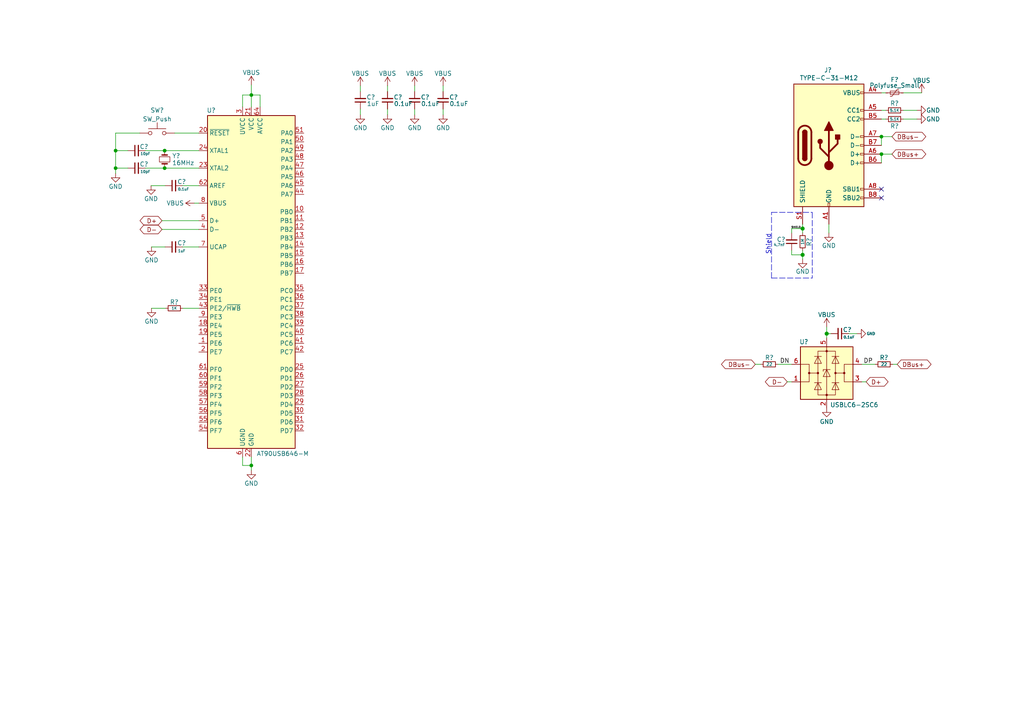
<source format=kicad_sch>
(kicad_sch (version 20211123) (generator eeschema)

  (uuid 82a2b224-72cc-4cf6-83f1-1aefab2f1d66)

  (paper "A4")

  (lib_symbols
    (symbol "Device:C_Small" (pin_numbers hide) (pin_names (offset 0.254) hide) (in_bom yes) (on_board yes)
      (property "Reference" "C" (id 0) (at 0.254 1.778 0)
        (effects (font (size 1.27 1.27)) (justify left))
      )
      (property "Value" "C_Small" (id 1) (at 0.254 -2.032 0)
        (effects (font (size 1.27 1.27)) (justify left))
      )
      (property "Footprint" "" (id 2) (at 0 0 0)
        (effects (font (size 1.27 1.27)) hide)
      )
      (property "Datasheet" "~" (id 3) (at 0 0 0)
        (effects (font (size 1.27 1.27)) hide)
      )
      (property "ki_keywords" "capacitor cap" (id 4) (at 0 0 0)
        (effects (font (size 1.27 1.27)) hide)
      )
      (property "ki_description" "Unpolarized capacitor, small symbol" (id 5) (at 0 0 0)
        (effects (font (size 1.27 1.27)) hide)
      )
      (property "ki_fp_filters" "C_*" (id 6) (at 0 0 0)
        (effects (font (size 1.27 1.27)) hide)
      )
      (symbol "C_Small_0_1"
        (polyline
          (pts
            (xy -1.524 -0.508)
            (xy 1.524 -0.508)
          )
          (stroke (width 0.3302) (type default) (color 0 0 0 0))
          (fill (type none))
        )
        (polyline
          (pts
            (xy -1.524 0.508)
            (xy 1.524 0.508)
          )
          (stroke (width 0.3048) (type default) (color 0 0 0 0))
          (fill (type none))
        )
      )
      (symbol "C_Small_1_1"
        (pin passive line (at 0 2.54 270) (length 2.032)
          (name "~" (effects (font (size 1.27 1.27))))
          (number "1" (effects (font (size 1.27 1.27))))
        )
        (pin passive line (at 0 -2.54 90) (length 2.032)
          (name "~" (effects (font (size 1.27 1.27))))
          (number "2" (effects (font (size 1.27 1.27))))
        )
      )
    )
    (symbol "Device:Crystal_Small" (pin_numbers hide) (pin_names (offset 1.016) hide) (in_bom yes) (on_board yes)
      (property "Reference" "Y" (id 0) (at 0 2.54 0)
        (effects (font (size 1.27 1.27)))
      )
      (property "Value" "Crystal_Small" (id 1) (at 0 -2.54 0)
        (effects (font (size 1.27 1.27)))
      )
      (property "Footprint" "" (id 2) (at 0 0 0)
        (effects (font (size 1.27 1.27)) hide)
      )
      (property "Datasheet" "~" (id 3) (at 0 0 0)
        (effects (font (size 1.27 1.27)) hide)
      )
      (property "ki_keywords" "quartz ceramic resonator oscillator" (id 4) (at 0 0 0)
        (effects (font (size 1.27 1.27)) hide)
      )
      (property "ki_description" "Two pin crystal, small symbol" (id 5) (at 0 0 0)
        (effects (font (size 1.27 1.27)) hide)
      )
      (property "ki_fp_filters" "Crystal*" (id 6) (at 0 0 0)
        (effects (font (size 1.27 1.27)) hide)
      )
      (symbol "Crystal_Small_0_1"
        (rectangle (start -0.762 -1.524) (end 0.762 1.524)
          (stroke (width 0) (type default) (color 0 0 0 0))
          (fill (type none))
        )
        (polyline
          (pts
            (xy -1.27 -0.762)
            (xy -1.27 0.762)
          )
          (stroke (width 0.381) (type default) (color 0 0 0 0))
          (fill (type none))
        )
        (polyline
          (pts
            (xy 1.27 -0.762)
            (xy 1.27 0.762)
          )
          (stroke (width 0.381) (type default) (color 0 0 0 0))
          (fill (type none))
        )
      )
      (symbol "Crystal_Small_1_1"
        (pin passive line (at -2.54 0 0) (length 1.27)
          (name "1" (effects (font (size 1.27 1.27))))
          (number "1" (effects (font (size 1.27 1.27))))
        )
        (pin passive line (at 2.54 0 180) (length 1.27)
          (name "2" (effects (font (size 1.27 1.27))))
          (number "2" (effects (font (size 1.27 1.27))))
        )
      )
    )
    (symbol "Device:Polyfuse_Small" (pin_numbers hide) (pin_names (offset 0)) (in_bom yes) (on_board yes)
      (property "Reference" "F" (id 0) (at -1.905 0 90)
        (effects (font (size 1.27 1.27)))
      )
      (property "Value" "Polyfuse_Small" (id 1) (at 1.905 0 90)
        (effects (font (size 1.27 1.27)))
      )
      (property "Footprint" "" (id 2) (at 1.27 -5.08 0)
        (effects (font (size 1.27 1.27)) (justify left) hide)
      )
      (property "Datasheet" "~" (id 3) (at 0 0 0)
        (effects (font (size 1.27 1.27)) hide)
      )
      (property "ki_keywords" "resettable fuse PTC PPTC polyfuse polyswitch" (id 4) (at 0 0 0)
        (effects (font (size 1.27 1.27)) hide)
      )
      (property "ki_description" "Resettable fuse, polymeric positive temperature coefficient, small symbol" (id 5) (at 0 0 0)
        (effects (font (size 1.27 1.27)) hide)
      )
      (property "ki_fp_filters" "*polyfuse* *PTC*" (id 6) (at 0 0 0)
        (effects (font (size 1.27 1.27)) hide)
      )
      (symbol "Polyfuse_Small_0_1"
        (rectangle (start -0.508 1.27) (end 0.508 -1.27)
          (stroke (width 0) (type default) (color 0 0 0 0))
          (fill (type none))
        )
        (polyline
          (pts
            (xy 0 2.54)
            (xy 0 -2.54)
          )
          (stroke (width 0) (type default) (color 0 0 0 0))
          (fill (type none))
        )
        (polyline
          (pts
            (xy -1.016 1.27)
            (xy -1.016 0.762)
            (xy 1.016 -0.762)
            (xy 1.016 -1.27)
          )
          (stroke (width 0) (type default) (color 0 0 0 0))
          (fill (type none))
        )
      )
      (symbol "Polyfuse_Small_1_1"
        (pin passive line (at 0 2.54 270) (length 0.635)
          (name "~" (effects (font (size 1.27 1.27))))
          (number "1" (effects (font (size 1.27 1.27))))
        )
        (pin passive line (at 0 -2.54 90) (length 0.635)
          (name "~" (effects (font (size 1.27 1.27))))
          (number "2" (effects (font (size 1.27 1.27))))
        )
      )
    )
    (symbol "Device:R_Small" (pin_numbers hide) (pin_names (offset 0.254) hide) (in_bom yes) (on_board yes)
      (property "Reference" "R" (id 0) (at 0.762 0.508 0)
        (effects (font (size 1.27 1.27)) (justify left))
      )
      (property "Value" "R_Small" (id 1) (at 0.762 -1.016 0)
        (effects (font (size 1.27 1.27)) (justify left))
      )
      (property "Footprint" "" (id 2) (at 0 0 0)
        (effects (font (size 1.27 1.27)) hide)
      )
      (property "Datasheet" "~" (id 3) (at 0 0 0)
        (effects (font (size 1.27 1.27)) hide)
      )
      (property "ki_keywords" "R resistor" (id 4) (at 0 0 0)
        (effects (font (size 1.27 1.27)) hide)
      )
      (property "ki_description" "Resistor, small symbol" (id 5) (at 0 0 0)
        (effects (font (size 1.27 1.27)) hide)
      )
      (property "ki_fp_filters" "R_*" (id 6) (at 0 0 0)
        (effects (font (size 1.27 1.27)) hide)
      )
      (symbol "R_Small_0_1"
        (rectangle (start -0.762 1.778) (end 0.762 -1.778)
          (stroke (width 0.2032) (type default) (color 0 0 0 0))
          (fill (type none))
        )
      )
      (symbol "R_Small_1_1"
        (pin passive line (at 0 2.54 270) (length 0.762)
          (name "~" (effects (font (size 1.27 1.27))))
          (number "1" (effects (font (size 1.27 1.27))))
        )
        (pin passive line (at 0 -2.54 90) (length 0.762)
          (name "~" (effects (font (size 1.27 1.27))))
          (number "2" (effects (font (size 1.27 1.27))))
        )
      )
    )
    (symbol "MCU_Microchip_AVR:AT90USB646-M" (in_bom yes) (on_board yes)
      (property "Reference" "U" (id 0) (at -12.7 49.53 0)
        (effects (font (size 1.27 1.27)) (justify left bottom))
      )
      (property "Value" "AT90USB646-M" (id 1) (at 2.54 -49.53 0)
        (effects (font (size 1.27 1.27)) (justify left top))
      )
      (property "Footprint" "Package_DFN_QFN:QFN-64-1EP_9x9mm_P0.5mm_EP7.5x7.5mm" (id 2) (at 0 0 0)
        (effects (font (size 1.27 1.27) italic) hide)
      )
      (property "Datasheet" "http://ww1.microchip.com/downloads/en/DeviceDoc/doc7593.pdf" (id 3) (at 0 0 0)
        (effects (font (size 1.27 1.27)) hide)
      )
      (property "ki_keywords" "AVR 8bit Microcontroller USB" (id 4) (at 0 0 0)
        (effects (font (size 1.27 1.27)) hide)
      )
      (property "ki_description" "16MHz, 64kB Flash, 4kB SRAM, 2kB EEPROM, USB 2.0, QFN-64" (id 5) (at 0 0 0)
        (effects (font (size 1.27 1.27)) hide)
      )
      (property "ki_fp_filters" "QFN*1EP*9x9mm*P0.5mm*" (id 6) (at 0 0 0)
        (effects (font (size 1.27 1.27)) hide)
      )
      (symbol "AT90USB646-M_0_1"
        (rectangle (start -12.7 -48.26) (end 12.7 48.26)
          (stroke (width 0.254) (type default) (color 0 0 0 0))
          (fill (type background))
        )
      )
      (symbol "AT90USB646-M_1_1"
        (pin bidirectional line (at -15.24 -17.78 0) (length 2.54)
          (name "PE6" (effects (font (size 1.27 1.27))))
          (number "1" (effects (font (size 1.27 1.27))))
        )
        (pin bidirectional line (at 15.24 20.32 180) (length 2.54)
          (name "PB0" (effects (font (size 1.27 1.27))))
          (number "10" (effects (font (size 1.27 1.27))))
        )
        (pin bidirectional line (at 15.24 17.78 180) (length 2.54)
          (name "PB1" (effects (font (size 1.27 1.27))))
          (number "11" (effects (font (size 1.27 1.27))))
        )
        (pin bidirectional line (at 15.24 15.24 180) (length 2.54)
          (name "PB2" (effects (font (size 1.27 1.27))))
          (number "12" (effects (font (size 1.27 1.27))))
        )
        (pin bidirectional line (at 15.24 12.7 180) (length 2.54)
          (name "PB3" (effects (font (size 1.27 1.27))))
          (number "13" (effects (font (size 1.27 1.27))))
        )
        (pin bidirectional line (at 15.24 10.16 180) (length 2.54)
          (name "PB4" (effects (font (size 1.27 1.27))))
          (number "14" (effects (font (size 1.27 1.27))))
        )
        (pin bidirectional line (at 15.24 7.62 180) (length 2.54)
          (name "PB5" (effects (font (size 1.27 1.27))))
          (number "15" (effects (font (size 1.27 1.27))))
        )
        (pin bidirectional line (at 15.24 5.08 180) (length 2.54)
          (name "PB6" (effects (font (size 1.27 1.27))))
          (number "16" (effects (font (size 1.27 1.27))))
        )
        (pin bidirectional line (at 15.24 2.54 180) (length 2.54)
          (name "PB7" (effects (font (size 1.27 1.27))))
          (number "17" (effects (font (size 1.27 1.27))))
        )
        (pin bidirectional line (at -15.24 -12.7 0) (length 2.54)
          (name "PE4" (effects (font (size 1.27 1.27))))
          (number "18" (effects (font (size 1.27 1.27))))
        )
        (pin bidirectional line (at -15.24 -15.24 0) (length 2.54)
          (name "PE5" (effects (font (size 1.27 1.27))))
          (number "19" (effects (font (size 1.27 1.27))))
        )
        (pin bidirectional line (at -15.24 -20.32 0) (length 2.54)
          (name "PE7" (effects (font (size 1.27 1.27))))
          (number "2" (effects (font (size 1.27 1.27))))
        )
        (pin input line (at -15.24 43.18 0) (length 2.54)
          (name "~{RESET}" (effects (font (size 1.27 1.27))))
          (number "20" (effects (font (size 1.27 1.27))))
        )
        (pin power_in line (at 0 50.8 270) (length 2.54)
          (name "VCC" (effects (font (size 1.27 1.27))))
          (number "21" (effects (font (size 1.27 1.27))))
        )
        (pin power_in line (at 0 -50.8 90) (length 2.54)
          (name "GND" (effects (font (size 1.27 1.27))))
          (number "22" (effects (font (size 1.27 1.27))))
        )
        (pin output line (at -15.24 33.02 0) (length 2.54)
          (name "XTAL2" (effects (font (size 1.27 1.27))))
          (number "23" (effects (font (size 1.27 1.27))))
        )
        (pin input line (at -15.24 38.1 0) (length 2.54)
          (name "XTAL1" (effects (font (size 1.27 1.27))))
          (number "24" (effects (font (size 1.27 1.27))))
        )
        (pin bidirectional line (at 15.24 -25.4 180) (length 2.54)
          (name "PD0" (effects (font (size 1.27 1.27))))
          (number "25" (effects (font (size 1.27 1.27))))
        )
        (pin bidirectional line (at 15.24 -27.94 180) (length 2.54)
          (name "PD1" (effects (font (size 1.27 1.27))))
          (number "26" (effects (font (size 1.27 1.27))))
        )
        (pin bidirectional line (at 15.24 -30.48 180) (length 2.54)
          (name "PD2" (effects (font (size 1.27 1.27))))
          (number "27" (effects (font (size 1.27 1.27))))
        )
        (pin bidirectional line (at 15.24 -33.02 180) (length 2.54)
          (name "PD3" (effects (font (size 1.27 1.27))))
          (number "28" (effects (font (size 1.27 1.27))))
        )
        (pin bidirectional line (at 15.24 -35.56 180) (length 2.54)
          (name "PD4" (effects (font (size 1.27 1.27))))
          (number "29" (effects (font (size 1.27 1.27))))
        )
        (pin power_in line (at -2.54 50.8 270) (length 2.54)
          (name "UVCC" (effects (font (size 1.27 1.27))))
          (number "3" (effects (font (size 1.27 1.27))))
        )
        (pin bidirectional line (at 15.24 -38.1 180) (length 2.54)
          (name "PD5" (effects (font (size 1.27 1.27))))
          (number "30" (effects (font (size 1.27 1.27))))
        )
        (pin bidirectional line (at 15.24 -40.64 180) (length 2.54)
          (name "PD6" (effects (font (size 1.27 1.27))))
          (number "31" (effects (font (size 1.27 1.27))))
        )
        (pin bidirectional line (at 15.24 -43.18 180) (length 2.54)
          (name "PD7" (effects (font (size 1.27 1.27))))
          (number "32" (effects (font (size 1.27 1.27))))
        )
        (pin bidirectional line (at -15.24 -2.54 0) (length 2.54)
          (name "PE0" (effects (font (size 1.27 1.27))))
          (number "33" (effects (font (size 1.27 1.27))))
        )
        (pin bidirectional line (at -15.24 -5.08 0) (length 2.54)
          (name "PE1" (effects (font (size 1.27 1.27))))
          (number "34" (effects (font (size 1.27 1.27))))
        )
        (pin bidirectional line (at 15.24 -2.54 180) (length 2.54)
          (name "PC0" (effects (font (size 1.27 1.27))))
          (number "35" (effects (font (size 1.27 1.27))))
        )
        (pin bidirectional line (at 15.24 -5.08 180) (length 2.54)
          (name "PC1" (effects (font (size 1.27 1.27))))
          (number "36" (effects (font (size 1.27 1.27))))
        )
        (pin bidirectional line (at 15.24 -7.62 180) (length 2.54)
          (name "PC2" (effects (font (size 1.27 1.27))))
          (number "37" (effects (font (size 1.27 1.27))))
        )
        (pin bidirectional line (at 15.24 -10.16 180) (length 2.54)
          (name "PC3" (effects (font (size 1.27 1.27))))
          (number "38" (effects (font (size 1.27 1.27))))
        )
        (pin bidirectional line (at 15.24 -12.7 180) (length 2.54)
          (name "PC4" (effects (font (size 1.27 1.27))))
          (number "39" (effects (font (size 1.27 1.27))))
        )
        (pin bidirectional line (at -15.24 15.24 0) (length 2.54)
          (name "D-" (effects (font (size 1.27 1.27))))
          (number "4" (effects (font (size 1.27 1.27))))
        )
        (pin bidirectional line (at 15.24 -15.24 180) (length 2.54)
          (name "PC5" (effects (font (size 1.27 1.27))))
          (number "40" (effects (font (size 1.27 1.27))))
        )
        (pin bidirectional line (at 15.24 -17.78 180) (length 2.54)
          (name "PC6" (effects (font (size 1.27 1.27))))
          (number "41" (effects (font (size 1.27 1.27))))
        )
        (pin bidirectional line (at 15.24 -20.32 180) (length 2.54)
          (name "PC7" (effects (font (size 1.27 1.27))))
          (number "42" (effects (font (size 1.27 1.27))))
        )
        (pin bidirectional line (at -15.24 -7.62 0) (length 2.54)
          (name "PE2/~{HWB}" (effects (font (size 1.27 1.27))))
          (number "43" (effects (font (size 1.27 1.27))))
        )
        (pin bidirectional line (at 15.24 25.4 180) (length 2.54)
          (name "PA7" (effects (font (size 1.27 1.27))))
          (number "44" (effects (font (size 1.27 1.27))))
        )
        (pin bidirectional line (at 15.24 27.94 180) (length 2.54)
          (name "PA6" (effects (font (size 1.27 1.27))))
          (number "45" (effects (font (size 1.27 1.27))))
        )
        (pin bidirectional line (at 15.24 30.48 180) (length 2.54)
          (name "PA5" (effects (font (size 1.27 1.27))))
          (number "46" (effects (font (size 1.27 1.27))))
        )
        (pin bidirectional line (at 15.24 33.02 180) (length 2.54)
          (name "PA4" (effects (font (size 1.27 1.27))))
          (number "47" (effects (font (size 1.27 1.27))))
        )
        (pin bidirectional line (at 15.24 35.56 180) (length 2.54)
          (name "PA3" (effects (font (size 1.27 1.27))))
          (number "48" (effects (font (size 1.27 1.27))))
        )
        (pin bidirectional line (at 15.24 38.1 180) (length 2.54)
          (name "PA2" (effects (font (size 1.27 1.27))))
          (number "49" (effects (font (size 1.27 1.27))))
        )
        (pin bidirectional line (at -15.24 17.78 0) (length 2.54)
          (name "D+" (effects (font (size 1.27 1.27))))
          (number "5" (effects (font (size 1.27 1.27))))
        )
        (pin bidirectional line (at 15.24 40.64 180) (length 2.54)
          (name "PA1" (effects (font (size 1.27 1.27))))
          (number "50" (effects (font (size 1.27 1.27))))
        )
        (pin bidirectional line (at 15.24 43.18 180) (length 2.54)
          (name "PA0" (effects (font (size 1.27 1.27))))
          (number "51" (effects (font (size 1.27 1.27))))
        )
        (pin passive line (at 0 50.8 270) (length 2.54) hide
          (name "VCC" (effects (font (size 1.27 1.27))))
          (number "52" (effects (font (size 1.27 1.27))))
        )
        (pin passive line (at 0 -50.8 90) (length 2.54) hide
          (name "GND" (effects (font (size 1.27 1.27))))
          (number "53" (effects (font (size 1.27 1.27))))
        )
        (pin bidirectional line (at -15.24 -43.18 0) (length 2.54)
          (name "PF7" (effects (font (size 1.27 1.27))))
          (number "54" (effects (font (size 1.27 1.27))))
        )
        (pin bidirectional line (at -15.24 -40.64 0) (length 2.54)
          (name "PF6" (effects (font (size 1.27 1.27))))
          (number "55" (effects (font (size 1.27 1.27))))
        )
        (pin bidirectional line (at -15.24 -38.1 0) (length 2.54)
          (name "PF5" (effects (font (size 1.27 1.27))))
          (number "56" (effects (font (size 1.27 1.27))))
        )
        (pin bidirectional line (at -15.24 -35.56 0) (length 2.54)
          (name "PF4" (effects (font (size 1.27 1.27))))
          (number "57" (effects (font (size 1.27 1.27))))
        )
        (pin bidirectional line (at -15.24 -33.02 0) (length 2.54)
          (name "PF3" (effects (font (size 1.27 1.27))))
          (number "58" (effects (font (size 1.27 1.27))))
        )
        (pin bidirectional line (at -15.24 -30.48 0) (length 2.54)
          (name "PF2" (effects (font (size 1.27 1.27))))
          (number "59" (effects (font (size 1.27 1.27))))
        )
        (pin power_in line (at -2.54 -50.8 90) (length 2.54)
          (name "UGND" (effects (font (size 1.27 1.27))))
          (number "6" (effects (font (size 1.27 1.27))))
        )
        (pin bidirectional line (at -15.24 -27.94 0) (length 2.54)
          (name "PF1" (effects (font (size 1.27 1.27))))
          (number "60" (effects (font (size 1.27 1.27))))
        )
        (pin bidirectional line (at -15.24 -25.4 0) (length 2.54)
          (name "PF0" (effects (font (size 1.27 1.27))))
          (number "61" (effects (font (size 1.27 1.27))))
        )
        (pin passive line (at -15.24 27.94 0) (length 2.54)
          (name "AREF" (effects (font (size 1.27 1.27))))
          (number "62" (effects (font (size 1.27 1.27))))
        )
        (pin passive line (at 0 -50.8 90) (length 2.54) hide
          (name "GND" (effects (font (size 1.27 1.27))))
          (number "63" (effects (font (size 1.27 1.27))))
        )
        (pin power_in line (at 2.54 50.8 270) (length 2.54)
          (name "AVCC" (effects (font (size 1.27 1.27))))
          (number "64" (effects (font (size 1.27 1.27))))
        )
        (pin passive line (at 0 -50.8 90) (length 2.54) hide
          (name "GND" (effects (font (size 1.27 1.27))))
          (number "65" (effects (font (size 1.27 1.27))))
        )
        (pin passive line (at -15.24 10.16 0) (length 2.54)
          (name "UCAP" (effects (font (size 1.27 1.27))))
          (number "7" (effects (font (size 1.27 1.27))))
        )
        (pin input line (at -15.24 22.86 0) (length 2.54)
          (name "VBUS" (effects (font (size 1.27 1.27))))
          (number "8" (effects (font (size 1.27 1.27))))
        )
        (pin bidirectional line (at -15.24 -10.16 0) (length 2.54)
          (name "PE3" (effects (font (size 1.27 1.27))))
          (number "9" (effects (font (size 1.27 1.27))))
        )
      )
    )
    (symbol "Power_Protection:USBLC6-2SC6" (pin_names hide) (in_bom yes) (on_board yes)
      (property "Reference" "U" (id 0) (at 2.54 8.89 0)
        (effects (font (size 1.27 1.27)) (justify left))
      )
      (property "Value" "USBLC6-2SC6" (id 1) (at 2.54 -8.89 0)
        (effects (font (size 1.27 1.27)) (justify left))
      )
      (property "Footprint" "Package_TO_SOT_SMD:SOT-23-6" (id 2) (at 0 -12.7 0)
        (effects (font (size 1.27 1.27)) hide)
      )
      (property "Datasheet" "https://www.st.com/resource/en/datasheet/usblc6-2.pdf" (id 3) (at 5.08 8.89 0)
        (effects (font (size 1.27 1.27)) hide)
      )
      (property "ki_keywords" "usb ethernet video" (id 4) (at 0 0 0)
        (effects (font (size 1.27 1.27)) hide)
      )
      (property "ki_description" "Very low capacitance ESD protection diode, 2 data-line, SOT-23-6" (id 5) (at 0 0 0)
        (effects (font (size 1.27 1.27)) hide)
      )
      (property "ki_fp_filters" "SOT?23*" (id 6) (at 0 0 0)
        (effects (font (size 1.27 1.27)) hide)
      )
      (symbol "USBLC6-2SC6_0_1"
        (rectangle (start -7.62 -7.62) (end 7.62 7.62)
          (stroke (width 0.254) (type default) (color 0 0 0 0))
          (fill (type background))
        )
        (circle (center -5.08 0) (radius 0.254)
          (stroke (width 0) (type default) (color 0 0 0 0))
          (fill (type outline))
        )
        (circle (center -2.54 0) (radius 0.254)
          (stroke (width 0) (type default) (color 0 0 0 0))
          (fill (type outline))
        )
        (rectangle (start -2.54 6.35) (end 2.54 -6.35)
          (stroke (width 0) (type default) (color 0 0 0 0))
          (fill (type none))
        )
        (circle (center 0 -6.35) (radius 0.254)
          (stroke (width 0) (type default) (color 0 0 0 0))
          (fill (type outline))
        )
        (polyline
          (pts
            (xy -5.08 -2.54)
            (xy -7.62 -2.54)
          )
          (stroke (width 0) (type default) (color 0 0 0 0))
          (fill (type none))
        )
        (polyline
          (pts
            (xy -5.08 0)
            (xy -5.08 -2.54)
          )
          (stroke (width 0) (type default) (color 0 0 0 0))
          (fill (type none))
        )
        (polyline
          (pts
            (xy -5.08 2.54)
            (xy -7.62 2.54)
          )
          (stroke (width 0) (type default) (color 0 0 0 0))
          (fill (type none))
        )
        (polyline
          (pts
            (xy -1.524 -2.794)
            (xy -3.556 -2.794)
          )
          (stroke (width 0) (type default) (color 0 0 0 0))
          (fill (type none))
        )
        (polyline
          (pts
            (xy -1.524 4.826)
            (xy -3.556 4.826)
          )
          (stroke (width 0) (type default) (color 0 0 0 0))
          (fill (type none))
        )
        (polyline
          (pts
            (xy 0 -7.62)
            (xy 0 -6.35)
          )
          (stroke (width 0) (type default) (color 0 0 0 0))
          (fill (type none))
        )
        (polyline
          (pts
            (xy 0 -6.35)
            (xy 0 1.27)
          )
          (stroke (width 0) (type default) (color 0 0 0 0))
          (fill (type none))
        )
        (polyline
          (pts
            (xy 0 1.27)
            (xy 0 6.35)
          )
          (stroke (width 0) (type default) (color 0 0 0 0))
          (fill (type none))
        )
        (polyline
          (pts
            (xy 0 6.35)
            (xy 0 7.62)
          )
          (stroke (width 0) (type default) (color 0 0 0 0))
          (fill (type none))
        )
        (polyline
          (pts
            (xy 1.524 -2.794)
            (xy 3.556 -2.794)
          )
          (stroke (width 0) (type default) (color 0 0 0 0))
          (fill (type none))
        )
        (polyline
          (pts
            (xy 1.524 4.826)
            (xy 3.556 4.826)
          )
          (stroke (width 0) (type default) (color 0 0 0 0))
          (fill (type none))
        )
        (polyline
          (pts
            (xy 5.08 -2.54)
            (xy 7.62 -2.54)
          )
          (stroke (width 0) (type default) (color 0 0 0 0))
          (fill (type none))
        )
        (polyline
          (pts
            (xy 5.08 0)
            (xy 5.08 -2.54)
          )
          (stroke (width 0) (type default) (color 0 0 0 0))
          (fill (type none))
        )
        (polyline
          (pts
            (xy 5.08 2.54)
            (xy 7.62 2.54)
          )
          (stroke (width 0) (type default) (color 0 0 0 0))
          (fill (type none))
        )
        (polyline
          (pts
            (xy -2.54 0)
            (xy -5.08 0)
            (xy -5.08 2.54)
          )
          (stroke (width 0) (type default) (color 0 0 0 0))
          (fill (type none))
        )
        (polyline
          (pts
            (xy 2.54 0)
            (xy 5.08 0)
            (xy 5.08 2.54)
          )
          (stroke (width 0) (type default) (color 0 0 0 0))
          (fill (type none))
        )
        (polyline
          (pts
            (xy -3.556 -4.826)
            (xy -1.524 -4.826)
            (xy -2.54 -2.794)
            (xy -3.556 -4.826)
          )
          (stroke (width 0) (type default) (color 0 0 0 0))
          (fill (type none))
        )
        (polyline
          (pts
            (xy -3.556 2.794)
            (xy -1.524 2.794)
            (xy -2.54 4.826)
            (xy -3.556 2.794)
          )
          (stroke (width 0) (type default) (color 0 0 0 0))
          (fill (type none))
        )
        (polyline
          (pts
            (xy -1.016 -1.016)
            (xy 1.016 -1.016)
            (xy 0 1.016)
            (xy -1.016 -1.016)
          )
          (stroke (width 0) (type default) (color 0 0 0 0))
          (fill (type none))
        )
        (polyline
          (pts
            (xy 1.016 1.016)
            (xy 0.762 1.016)
            (xy -1.016 1.016)
            (xy -1.016 0.508)
          )
          (stroke (width 0) (type default) (color 0 0 0 0))
          (fill (type none))
        )
        (polyline
          (pts
            (xy 3.556 -4.826)
            (xy 1.524 -4.826)
            (xy 2.54 -2.794)
            (xy 3.556 -4.826)
          )
          (stroke (width 0) (type default) (color 0 0 0 0))
          (fill (type none))
        )
        (polyline
          (pts
            (xy 3.556 2.794)
            (xy 1.524 2.794)
            (xy 2.54 4.826)
            (xy 3.556 2.794)
          )
          (stroke (width 0) (type default) (color 0 0 0 0))
          (fill (type none))
        )
        (circle (center 0 6.35) (radius 0.254)
          (stroke (width 0) (type default) (color 0 0 0 0))
          (fill (type outline))
        )
        (circle (center 2.54 0) (radius 0.254)
          (stroke (width 0) (type default) (color 0 0 0 0))
          (fill (type outline))
        )
        (circle (center 5.08 0) (radius 0.254)
          (stroke (width 0) (type default) (color 0 0 0 0))
          (fill (type outline))
        )
      )
      (symbol "USBLC6-2SC6_1_1"
        (pin passive line (at -10.16 -2.54 0) (length 2.54)
          (name "I/O1" (effects (font (size 1.27 1.27))))
          (number "1" (effects (font (size 1.27 1.27))))
        )
        (pin passive line (at 0 -10.16 90) (length 2.54)
          (name "GND" (effects (font (size 1.27 1.27))))
          (number "2" (effects (font (size 1.27 1.27))))
        )
        (pin passive line (at 10.16 -2.54 180) (length 2.54)
          (name "I/O2" (effects (font (size 1.27 1.27))))
          (number "3" (effects (font (size 1.27 1.27))))
        )
        (pin passive line (at 10.16 2.54 180) (length 2.54)
          (name "I/O2" (effects (font (size 1.27 1.27))))
          (number "4" (effects (font (size 1.27 1.27))))
        )
        (pin passive line (at 0 10.16 270) (length 2.54)
          (name "VBUS" (effects (font (size 1.27 1.27))))
          (number "5" (effects (font (size 1.27 1.27))))
        )
        (pin passive line (at -10.16 2.54 0) (length 2.54)
          (name "I/O1" (effects (font (size 1.27 1.27))))
          (number "6" (effects (font (size 1.27 1.27))))
        )
      )
    )
    (symbol "Switch:SW_Push" (pin_numbers hide) (pin_names (offset 1.016) hide) (in_bom yes) (on_board yes)
      (property "Reference" "SW" (id 0) (at 1.27 2.54 0)
        (effects (font (size 1.27 1.27)) (justify left))
      )
      (property "Value" "SW_Push" (id 1) (at 0 -1.524 0)
        (effects (font (size 1.27 1.27)))
      )
      (property "Footprint" "" (id 2) (at 0 5.08 0)
        (effects (font (size 1.27 1.27)) hide)
      )
      (property "Datasheet" "~" (id 3) (at 0 5.08 0)
        (effects (font (size 1.27 1.27)) hide)
      )
      (property "ki_keywords" "switch normally-open pushbutton push-button" (id 4) (at 0 0 0)
        (effects (font (size 1.27 1.27)) hide)
      )
      (property "ki_description" "Push button switch, generic, two pins" (id 5) (at 0 0 0)
        (effects (font (size 1.27 1.27)) hide)
      )
      (symbol "SW_Push_0_1"
        (circle (center -2.032 0) (radius 0.508)
          (stroke (width 0) (type default) (color 0 0 0 0))
          (fill (type none))
        )
        (polyline
          (pts
            (xy 0 1.27)
            (xy 0 3.048)
          )
          (stroke (width 0) (type default) (color 0 0 0 0))
          (fill (type none))
        )
        (polyline
          (pts
            (xy 2.54 1.27)
            (xy -2.54 1.27)
          )
          (stroke (width 0) (type default) (color 0 0 0 0))
          (fill (type none))
        )
        (circle (center 2.032 0) (radius 0.508)
          (stroke (width 0) (type default) (color 0 0 0 0))
          (fill (type none))
        )
        (pin passive line (at -5.08 0 0) (length 2.54)
          (name "1" (effects (font (size 1.27 1.27))))
          (number "1" (effects (font (size 1.27 1.27))))
        )
        (pin passive line (at 5.08 0 180) (length 2.54)
          (name "2" (effects (font (size 1.27 1.27))))
          (number "2" (effects (font (size 1.27 1.27))))
        )
      )
    )
    (symbol "acheron_Symbols:TYPE-C-31-M-12" (pin_names (offset 1.016)) (in_bom yes) (on_board yes)
      (property "Reference" "J" (id 0) (at 0 24.13 0)
        (effects (font (size 1.27 1.27)))
      )
      (property "Value" "TYPE-C-31-M-12" (id 1) (at 0 21.59 0)
        (effects (font (size 1.27 1.27)))
      )
      (property "Footprint" "" (id 2) (at -13.335 1.27 90)
        (effects (font (size 1.27 1.27)) hide)
      )
      (property "Datasheet" "" (id 3) (at 4.445 1.27 0)
        (effects (font (size 1.27 1.27)) hide)
      )
      (property "ki_fp_filters" "USB*C*Receptacle*" (id 4) (at 0 0 0)
        (effects (font (size 1.27 1.27)) hide)
      )
      (symbol "TYPE-C-31-M-12_0_0"
        (rectangle (start -0.254 -16.51) (end 0.254 -15.494)
          (stroke (width 0) (type default) (color 0 0 0 0))
          (fill (type none))
        )
        (rectangle (start 10.16 -13.716) (end 9.144 -14.224)
          (stroke (width 0) (type default) (color 0 0 0 0))
          (fill (type none))
        )
        (rectangle (start 10.16 -11.176) (end 9.144 -11.684)
          (stroke (width 0) (type default) (color 0 0 0 0))
          (fill (type none))
        )
        (rectangle (start 10.16 -3.556) (end 9.144 -4.064)
          (stroke (width 0) (type default) (color 0 0 0 0))
          (fill (type none))
        )
        (rectangle (start 10.16 -1.016) (end 9.144 -1.524)
          (stroke (width 0) (type default) (color 0 0 0 0))
          (fill (type none))
        )
        (rectangle (start 10.16 1.524) (end 9.144 1.016)
          (stroke (width 0) (type default) (color 0 0 0 0))
          (fill (type none))
        )
        (rectangle (start 10.16 4.064) (end 9.144 3.556)
          (stroke (width 0) (type default) (color 0 0 0 0))
          (fill (type none))
        )
        (rectangle (start 10.16 9.144) (end 9.144 8.636)
          (stroke (width 0) (type default) (color 0 0 0 0))
          (fill (type none))
        )
        (rectangle (start 10.16 11.684) (end 9.144 11.176)
          (stroke (width 0) (type default) (color 0 0 0 0))
          (fill (type none))
        )
        (rectangle (start 10.16 16.764) (end 9.144 16.256)
          (stroke (width 0) (type default) (color 0 0 0 0))
          (fill (type none))
        )
      )
      (symbol "TYPE-C-31-M-12_0_1"
        (rectangle (start -10.16 19.05) (end 10.16 -16.51)
          (stroke (width 0.254) (type default) (color 0 0 0 0))
          (fill (type background))
        )
        (arc (start -8.89 -2.54) (mid -6.985 -4.445) (end -5.08 -2.54)
          (stroke (width 0.508) (type default) (color 0 0 0 0))
          (fill (type none))
        )
        (arc (start -7.62 -2.54) (mid -6.985 -3.175) (end -6.35 -2.54)
          (stroke (width 0.254) (type default) (color 0 0 0 0))
          (fill (type none))
        )
        (arc (start -7.62 -2.54) (mid -6.985 -3.175) (end -6.35 -2.54)
          (stroke (width 0.254) (type default) (color 0 0 0 0))
          (fill (type outline))
        )
        (rectangle (start -7.62 -2.54) (end -6.35 5.08)
          (stroke (width 0.254) (type default) (color 0 0 0 0))
          (fill (type outline))
        )
        (arc (start -6.35 5.08) (mid -6.985 5.715) (end -7.62 5.08)
          (stroke (width 0.254) (type default) (color 0 0 0 0))
          (fill (type none))
        )
        (arc (start -6.35 5.08) (mid -6.985 5.715) (end -7.62 5.08)
          (stroke (width 0.254) (type default) (color 0 0 0 0))
          (fill (type outline))
        )
        (arc (start -5.08 5.08) (mid -6.985 6.985) (end -8.89 5.08)
          (stroke (width 0.508) (type default) (color 0 0 0 0))
          (fill (type none))
        )
        (circle (center -2.54 2.413) (radius 0.635)
          (stroke (width 0.254) (type default) (color 0 0 0 0))
          (fill (type outline))
        )
        (circle (center 0 -4.572) (radius 1.27)
          (stroke (width 0) (type default) (color 0 0 0 0))
          (fill (type outline))
        )
        (polyline
          (pts
            (xy -8.89 -2.54)
            (xy -8.89 5.08)
          )
          (stroke (width 0.508) (type default) (color 0 0 0 0))
          (fill (type none))
        )
        (polyline
          (pts
            (xy -5.08 5.08)
            (xy -5.08 -2.54)
          )
          (stroke (width 0.508) (type default) (color 0 0 0 0))
          (fill (type none))
        )
        (polyline
          (pts
            (xy 0 -4.572)
            (xy 0 5.588)
          )
          (stroke (width 0.508) (type default) (color 0 0 0 0))
          (fill (type none))
        )
        (polyline
          (pts
            (xy 0 -2.032)
            (xy -2.54 0.508)
            (xy -2.54 1.778)
          )
          (stroke (width 0.508) (type default) (color 0 0 0 0))
          (fill (type none))
        )
        (polyline
          (pts
            (xy 0 -0.762)
            (xy 2.54 1.778)
            (xy 2.54 3.048)
          )
          (stroke (width 0.508) (type default) (color 0 0 0 0))
          (fill (type none))
        )
        (polyline
          (pts
            (xy -1.27 5.588)
            (xy 0 8.128)
            (xy 1.27 5.588)
            (xy -1.27 5.588)
          )
          (stroke (width 0.254) (type default) (color 0 0 0 0))
          (fill (type outline))
        )
        (rectangle (start 1.905 3.048) (end 3.175 4.318)
          (stroke (width 0.254) (type default) (color 0 0 0 0))
          (fill (type outline))
        )
      )
      (symbol "TYPE-C-31-M-12_1_1"
        (pin passive line (at 0 -21.59 90) (length 5.08)
          (name "GND" (effects (font (size 1.27 1.27))))
          (number "A1" (effects (font (size 1.27 1.27))))
        )
        (pin passive line (at 15.24 16.51 180) (length 5.08)
          (name "VBUS" (effects (font (size 1.27 1.27))))
          (number "A4" (effects (font (size 1.27 1.27))))
        )
        (pin bidirectional line (at 15.24 11.43 180) (length 5.08)
          (name "CC1" (effects (font (size 1.27 1.27))))
          (number "A5" (effects (font (size 1.27 1.27))))
        )
        (pin bidirectional line (at 15.24 -1.27 180) (length 5.08)
          (name "D+" (effects (font (size 1.27 1.27))))
          (number "A6" (effects (font (size 1.27 1.27))))
        )
        (pin bidirectional line (at 15.24 3.81 180) (length 5.08)
          (name "D-" (effects (font (size 1.27 1.27))))
          (number "A7" (effects (font (size 1.27 1.27))))
        )
        (pin bidirectional line (at 15.24 -11.43 180) (length 5.08)
          (name "SBU1" (effects (font (size 1.27 1.27))))
          (number "A8" (effects (font (size 1.27 1.27))))
        )
        (pin passive line (at 0 -21.59 90) (length 5.08) hide
          (name "GND" (effects (font (size 1.27 1.27))))
          (number "B1" (effects (font (size 1.27 1.27))))
        )
        (pin passive line (at 15.24 16.51 180) (length 5.08) hide
          (name "VBUS" (effects (font (size 1.27 1.27))))
          (number "B4" (effects (font (size 1.27 1.27))))
        )
        (pin bidirectional line (at 15.24 8.89 180) (length 5.08)
          (name "CC2" (effects (font (size 1.27 1.27))))
          (number "B5" (effects (font (size 1.27 1.27))))
        )
        (pin bidirectional line (at 15.24 -3.81 180) (length 5.08)
          (name "D+" (effects (font (size 1.27 1.27))))
          (number "B6" (effects (font (size 1.27 1.27))))
        )
        (pin bidirectional line (at 15.24 1.27 180) (length 5.08)
          (name "D-" (effects (font (size 1.27 1.27))))
          (number "B7" (effects (font (size 1.27 1.27))))
        )
        (pin bidirectional line (at 15.24 -13.97 180) (length 5.08)
          (name "SBU2" (effects (font (size 1.27 1.27))))
          (number "B8" (effects (font (size 1.27 1.27))))
        )
        (pin passive line (at -7.62 -21.59 90) (length 5.08)
          (name "SHIELD" (effects (font (size 1.27 1.27))))
          (number "S1" (effects (font (size 1.27 1.27))))
        )
      )
    )
    (symbol "power:GND" (power) (pin_names (offset 0)) (in_bom yes) (on_board yes)
      (property "Reference" "#PWR" (id 0) (at 0 -6.35 0)
        (effects (font (size 1.27 1.27)) hide)
      )
      (property "Value" "GND" (id 1) (at 0 -3.81 0)
        (effects (font (size 1.27 1.27)))
      )
      (property "Footprint" "" (id 2) (at 0 0 0)
        (effects (font (size 1.27 1.27)) hide)
      )
      (property "Datasheet" "" (id 3) (at 0 0 0)
        (effects (font (size 1.27 1.27)) hide)
      )
      (property "ki_keywords" "power-flag" (id 4) (at 0 0 0)
        (effects (font (size 1.27 1.27)) hide)
      )
      (property "ki_description" "Power symbol creates a global label with name \"GND\" , ground" (id 5) (at 0 0 0)
        (effects (font (size 1.27 1.27)) hide)
      )
      (symbol "GND_0_1"
        (polyline
          (pts
            (xy 0 0)
            (xy 0 -1.27)
            (xy 1.27 -1.27)
            (xy 0 -2.54)
            (xy -1.27 -1.27)
            (xy 0 -1.27)
          )
          (stroke (width 0) (type default) (color 0 0 0 0))
          (fill (type none))
        )
      )
      (symbol "GND_1_1"
        (pin power_in line (at 0 0 270) (length 0) hide
          (name "GND" (effects (font (size 1.27 1.27))))
          (number "1" (effects (font (size 1.27 1.27))))
        )
      )
    )
    (symbol "power:VBUS" (power) (pin_names (offset 0)) (in_bom yes) (on_board yes)
      (property "Reference" "#PWR" (id 0) (at 0 -3.81 0)
        (effects (font (size 1.27 1.27)) hide)
      )
      (property "Value" "VBUS" (id 1) (at 0 3.81 0)
        (effects (font (size 1.27 1.27)))
      )
      (property "Footprint" "" (id 2) (at 0 0 0)
        (effects (font (size 1.27 1.27)) hide)
      )
      (property "Datasheet" "" (id 3) (at 0 0 0)
        (effects (font (size 1.27 1.27)) hide)
      )
      (property "ki_keywords" "power-flag" (id 4) (at 0 0 0)
        (effects (font (size 1.27 1.27)) hide)
      )
      (property "ki_description" "Power symbol creates a global label with name \"VBUS\"" (id 5) (at 0 0 0)
        (effects (font (size 1.27 1.27)) hide)
      )
      (symbol "VBUS_0_1"
        (polyline
          (pts
            (xy -0.762 1.27)
            (xy 0 2.54)
          )
          (stroke (width 0) (type default) (color 0 0 0 0))
          (fill (type none))
        )
        (polyline
          (pts
            (xy 0 0)
            (xy 0 2.54)
          )
          (stroke (width 0) (type default) (color 0 0 0 0))
          (fill (type none))
        )
        (polyline
          (pts
            (xy 0 2.54)
            (xy 0.762 1.27)
          )
          (stroke (width 0) (type default) (color 0 0 0 0))
          (fill (type none))
        )
      )
      (symbol "VBUS_1_1"
        (pin power_in line (at 0 0 90) (length 0) hide
          (name "VBUS" (effects (font (size 1.27 1.27))))
          (number "1" (effects (font (size 1.27 1.27))))
        )
      )
    )
  )

  (junction (at 47.752 43.688) (diameter 0) (color 0 0 0 0)
    (uuid 1d9e318f-4af0-4d0f-abe2-6a950390cfca)
  )
  (junction (at 239.776 96.774) (diameter 1.016) (color 0 0 0 0)
    (uuid 3881b7b8-f808-400f-a5b6-e4ded24b807d)
  )
  (junction (at 33.528 43.688) (diameter 0) (color 0 0 0 0)
    (uuid 512b0e94-d745-4fa8-ac27-0c07515f20a1)
  )
  (junction (at 255.651 44.704) (diameter 0) (color 0 0 0 0)
    (uuid 633e96d7-a3b0-4349-a219-9facf9bc26bc)
  )
  (junction (at 72.898 135.001) (diameter 0) (color 0 0 0 0)
    (uuid 76ddb832-f402-4cb5-a254-c2fe822785ab)
  )
  (junction (at 47.752 48.768) (diameter 0) (color 0 0 0 0)
    (uuid 78d61a67-c6d8-4a75-aa96-20d8b2561005)
  )
  (junction (at 232.791 73.914) (diameter 1.016) (color 0 0 0 0)
    (uuid 84043ad6-bf77-4a13-a09e-1bb0e4e1c50e)
  )
  (junction (at 255.651 39.624) (diameter 0) (color 0 0 0 0)
    (uuid 85937584-35c3-4c8a-97ea-a6c81c4defd8)
  )
  (junction (at 33.528 48.768) (diameter 0) (color 0 0 0 0)
    (uuid 8927ca83-dc52-489b-9598-92a83db04c57)
  )
  (junction (at 72.898 27.559) (diameter 0) (color 0 0 0 0)
    (uuid 8dc0e996-c28a-4bfd-95b6-0654f03c189a)
  )
  (junction (at 232.791 66.294) (diameter 1.016) (color 0 0 0 0)
    (uuid b56880cb-1ccd-4f26-a0d9-d21da39c9fe9)
  )

  (no_connect (at 255.651 57.404) (uuid 25bb8028-0f79-446f-93bc-a9c17f938b56))
  (no_connect (at 255.651 54.864) (uuid 33a3f6ea-32f0-4bcc-babe-45c7850ddc59))

  (polyline (pts (xy 223.774 80.645) (xy 235.585 80.645))
    (stroke (width 0) (type default) (color 0 0 0 0))
    (uuid 042aa150-c9bb-43c4-bc91-bf370dccb044)
  )

  (wire (pts (xy 70.358 27.559) (xy 72.898 27.559))
    (stroke (width 0) (type default) (color 0 0 0 0))
    (uuid 08834a86-6b52-429a-8e79-cc8e2210c4a4)
  )
  (wire (pts (xy 128.524 33.274) (xy 128.524 31.623))
    (stroke (width 0) (type default) (color 0 0 0 0))
    (uuid 0a6d73e9-0e18-4392-bed4-3c6d5298a040)
  )
  (wire (pts (xy 46.99 66.548) (xy 57.658 66.548))
    (stroke (width 0) (type default) (color 0 0 0 0))
    (uuid 1b529a63-ad1b-4559-a4e3-70433ec53cd9)
  )
  (wire (pts (xy 239.776 94.869) (xy 239.776 96.774))
    (stroke (width 0) (type solid) (color 0 0 0 0))
    (uuid 1c5b8400-da57-45b0-b750-46bd0d70d526)
  )
  (wire (pts (xy 255.651 39.624) (xy 255.651 42.164))
    (stroke (width 0) (type default) (color 0 0 0 0))
    (uuid 23b456f1-e3a9-4af6-82a5-b1bb82402517)
  )
  (polyline (pts (xy 235.585 61.595) (xy 235.585 80.645))
    (stroke (width 0) (type dash) (color 0 0 0 0))
    (uuid 23bcce82-34af-4f2b-8301-1d2ffb7316f5)
  )

  (wire (pts (xy 43.942 71.628) (xy 47.879 71.628))
    (stroke (width 0) (type default) (color 0 0 0 0))
    (uuid 275bcada-840f-4e1a-bce7-0aa985dc296c)
  )
  (wire (pts (xy 229.616 73.914) (xy 232.791 73.914))
    (stroke (width 0) (type solid) (color 0 0 0 0))
    (uuid 29b5e634-4845-426f-a96c-7d13639a9f47)
  )
  (wire (pts (xy 255.651 32.004) (xy 256.921 32.004))
    (stroke (width 0) (type solid) (color 0 0 0 0))
    (uuid 2a2f8a86-cee5-4dcf-8dd5-b1dfbff1438b)
  )
  (wire (pts (xy 72.898 27.559) (xy 72.898 30.988))
    (stroke (width 0) (type default) (color 0 0 0 0))
    (uuid 2b291988-6cad-4307-b0f6-5020324b2742)
  )
  (wire (pts (xy 72.898 27.559) (xy 75.438 27.559))
    (stroke (width 0) (type default) (color 0 0 0 0))
    (uuid 2d4cddf2-b716-4c22-8ba6-7cff05391b9d)
  )
  (wire (pts (xy 47.752 48.768) (xy 57.658 48.768))
    (stroke (width 0) (type default) (color 0 0 0 0))
    (uuid 3246ca43-dd05-49f0-9937-e81e5db6b08d)
  )
  (wire (pts (xy 249.936 105.664) (xy 253.873 105.664))
    (stroke (width 0) (type solid) (color 0 0 0 0))
    (uuid 32c156b8-75f1-4bb4-9570-314b422b02e7)
  )
  (wire (pts (xy 33.528 43.688) (xy 37.084 43.688))
    (stroke (width 0) (type default) (color 0 0 0 0))
    (uuid 3d5853d0-3b2e-47a1-9855-2bfe2a0cb7f3)
  )
  (wire (pts (xy 70.358 30.988) (xy 70.358 27.559))
    (stroke (width 0) (type default) (color 0 0 0 0))
    (uuid 3e686924-8f51-40d9-bfac-9319e2e97845)
  )
  (wire (pts (xy 229.616 66.294) (xy 229.616 67.564))
    (stroke (width 0) (type solid) (color 0 0 0 0))
    (uuid 425fc3ef-ace0-428a-a1cb-1af2a0fb409b)
  )
  (wire (pts (xy 225.679 105.664) (xy 229.616 105.664))
    (stroke (width 0) (type solid) (color 0 0 0 0))
    (uuid 42b09c16-047c-4dfb-be1e-8fa58a80af39)
  )
  (wire (pts (xy 255.651 44.704) (xy 258.699 44.704))
    (stroke (width 0) (type default) (color 0 0 0 0))
    (uuid 47529561-b938-4360-a4e1-a21b16a56c9a)
  )
  (wire (pts (xy 33.528 50.292) (xy 33.528 48.768))
    (stroke (width 0) (type default) (color 0 0 0 0))
    (uuid 49826b35-ff75-4414-ae90-41c75e2caf86)
  )
  (wire (pts (xy 42.164 48.768) (xy 47.752 48.768))
    (stroke (width 0) (type default) (color 0 0 0 0))
    (uuid 4fee8eb3-31c0-4017-8e31-3d6790321fd0)
  )
  (wire (pts (xy 104.521 24.892) (xy 104.521 26.543))
    (stroke (width 0) (type default) (color 0 0 0 0))
    (uuid 54d8e070-11cb-41b6-a3e1-7ac7724ee48c)
  )
  (wire (pts (xy 52.959 53.848) (xy 57.658 53.848))
    (stroke (width 0) (type default) (color 0 0 0 0))
    (uuid 5a23594f-b0a8-4c93-9099-44f2276906c6)
  )
  (wire (pts (xy 229.616 72.644) (xy 229.616 73.914))
    (stroke (width 0) (type solid) (color 0 0 0 0))
    (uuid 5c483853-62b2-43c1-856f-9c110e3719a6)
  )
  (wire (pts (xy 232.791 66.294) (xy 229.616 66.294))
    (stroke (width 0) (type solid) (color 0 0 0 0))
    (uuid 5f8f5fb8-8fbe-4bec-90f1-3420369333c4)
  )
  (wire (pts (xy 262.001 26.924) (xy 267.335 26.924))
    (stroke (width 0) (type solid) (color 0 0 0 0))
    (uuid 61a81088-2012-4b28-9910-7c936cad9409)
  )
  (wire (pts (xy 112.395 24.892) (xy 112.395 26.543))
    (stroke (width 0) (type default) (color 0 0 0 0))
    (uuid 642d8b20-1da4-40e7-a487-ee5a2013bd92)
  )
  (wire (pts (xy 232.791 66.294) (xy 232.791 67.564))
    (stroke (width 0) (type solid) (color 0 0 0 0))
    (uuid 644cad54-c678-49bf-ad43-2de6b3ecaec7)
  )
  (wire (pts (xy 239.776 98.044) (xy 239.776 96.774))
    (stroke (width 0) (type solid) (color 0 0 0 0))
    (uuid 66b436af-e288-4453-ad1d-1a2a87c92320)
  )
  (polyline (pts (xy 223.774 80.645) (xy 223.774 61.595))
    (stroke (width 0) (type dash) (color 0 0 0 0))
    (uuid 6920a5c1-8395-48ae-8168-e92be6552635)
  )

  (wire (pts (xy 255.651 44.704) (xy 255.651 47.244))
    (stroke (width 0) (type default) (color 0 0 0 0))
    (uuid 6cd83d9e-79f0-4c57-a75f-892ca0921a5a)
  )
  (wire (pts (xy 249.936 110.744) (xy 251.206 110.744))
    (stroke (width 0) (type solid) (color 0 0 0 0))
    (uuid 6d475925-1cc6-4c1a-af48-b009c8428b40)
  )
  (wire (pts (xy 33.528 43.688) (xy 33.528 38.608))
    (stroke (width 0) (type default) (color 0 0 0 0))
    (uuid 6ebb83d8-6325-4855-afb3-909af251ca6b)
  )
  (wire (pts (xy 33.528 38.608) (xy 40.513 38.608))
    (stroke (width 0) (type default) (color 0 0 0 0))
    (uuid 6eefe35d-e516-4170-971b-10101f5a984c)
  )
  (wire (pts (xy 53.086 89.408) (xy 57.658 89.408))
    (stroke (width 0) (type default) (color 0 0 0 0))
    (uuid 716822cc-0cd4-430a-852b-075651a25c1c)
  )
  (wire (pts (xy 120.269 33.274) (xy 120.269 31.623))
    (stroke (width 0) (type default) (color 0 0 0 0))
    (uuid 74ffa39e-a4eb-42eb-8302-78f2071191bb)
  )
  (wire (pts (xy 255.651 39.624) (xy 258.699 39.624))
    (stroke (width 0) (type default) (color 0 0 0 0))
    (uuid 771fb037-68d5-4151-9f79-be89f9dd9a4a)
  )
  (wire (pts (xy 120.269 24.892) (xy 120.269 26.543))
    (stroke (width 0) (type default) (color 0 0 0 0))
    (uuid 7a56043a-2c92-47f4-a0d5-957165051985)
  )
  (wire (pts (xy 104.521 33.274) (xy 104.521 31.623))
    (stroke (width 0) (type default) (color 0 0 0 0))
    (uuid 7ad22577-763c-4047-b5da-baba89d7854b)
  )
  (wire (pts (xy 219.075 105.664) (xy 220.599 105.664))
    (stroke (width 0) (type solid) (color 0 0 0 0))
    (uuid 7bcd4434-782f-45c8-b181-1f8c11147f33)
  )
  (wire (pts (xy 246.126 96.774) (xy 248.539 96.774))
    (stroke (width 0) (type solid) (color 0 0 0 0))
    (uuid 801b1c2a-ef75-4b25-8bed-843417af39ba)
  )
  (wire (pts (xy 258.953 105.664) (xy 260.223 105.664))
    (stroke (width 0) (type solid) (color 0 0 0 0))
    (uuid 84cd8052-dc50-437d-a0be-436a27efd5b7)
  )
  (wire (pts (xy 72.898 24.638) (xy 72.898 27.559))
    (stroke (width 0) (type default) (color 0 0 0 0))
    (uuid 8e6503a6-7074-4052-90f3-c8753614639c)
  )
  (wire (pts (xy 33.528 48.768) (xy 37.084 48.768))
    (stroke (width 0) (type default) (color 0 0 0 0))
    (uuid 8fc340d6-9ec5-4033-9904-b45090cdafb7)
  )
  (wire (pts (xy 128.524 24.892) (xy 128.524 26.543))
    (stroke (width 0) (type default) (color 0 0 0 0))
    (uuid 9427c94d-e3d1-42de-b0fa-d5f769b6848c)
  )
  (wire (pts (xy 70.358 135.001) (xy 72.898 135.001))
    (stroke (width 0) (type default) (color 0 0 0 0))
    (uuid 96c28fb0-5228-496b-bf18-f12745ff2dda)
  )
  (wire (pts (xy 46.99 64.008) (xy 57.658 64.008))
    (stroke (width 0) (type default) (color 0 0 0 0))
    (uuid 99a153cf-5f29-476c-8c78-73fa12152c19)
  )
  (wire (pts (xy 47.752 43.688) (xy 57.658 43.688))
    (stroke (width 0) (type default) (color 0 0 0 0))
    (uuid 9d5041a9-de53-4b96-8974-02efbdcfd6ce)
  )
  (wire (pts (xy 232.791 73.914) (xy 232.791 75.184))
    (stroke (width 0) (type solid) (color 0 0 0 0))
    (uuid a28a069c-eb22-468a-a926-5d4992c2706f)
  )
  (wire (pts (xy 232.791 73.914) (xy 232.791 72.644))
    (stroke (width 0) (type solid) (color 0 0 0 0))
    (uuid a746fc92-daf7-4e46-83c7-cf8eddb7ae6d)
  )
  (wire (pts (xy 72.898 135.001) (xy 72.898 132.588))
    (stroke (width 0) (type default) (color 0 0 0 0))
    (uuid ab92269d-80de-43a9-ab86-3dc4f0f5e9fc)
  )
  (wire (pts (xy 52.959 71.628) (xy 57.658 71.628))
    (stroke (width 0) (type default) (color 0 0 0 0))
    (uuid b2c66081-ef1a-4a98-91c5-e08017ab6b3e)
  )
  (wire (pts (xy 112.395 33.274) (xy 112.395 31.623))
    (stroke (width 0) (type default) (color 0 0 0 0))
    (uuid b659cb1d-dd5d-4f44-baf3-f214170acfb1)
  )
  (wire (pts (xy 228.346 110.744) (xy 229.616 110.744))
    (stroke (width 0) (type solid) (color 0 0 0 0))
    (uuid b993e359-bcb1-4e90-bcbb-303399625906)
  )
  (wire (pts (xy 70.358 132.588) (xy 70.358 135.001))
    (stroke (width 0) (type default) (color 0 0 0 0))
    (uuid bd8946f5-20aa-4182-a3c0-2efd7ad5da85)
  )
  (wire (pts (xy 43.942 89.408) (xy 48.006 89.408))
    (stroke (width 0) (type default) (color 0 0 0 0))
    (uuid c2e4d488-a30f-45fe-8b99-cf5d5c8fd504)
  )
  (wire (pts (xy 50.673 38.608) (xy 57.658 38.608))
    (stroke (width 0) (type default) (color 0 0 0 0))
    (uuid c5fd2519-8454-425d-94a8-c45a21d4bbde)
  )
  (wire (pts (xy 56.388 58.928) (xy 57.658 58.928))
    (stroke (width 0) (type default) (color 0 0 0 0))
    (uuid cfa6a61b-0fd6-48ba-be5f-91bb5e33592d)
  )
  (wire (pts (xy 232.791 65.024) (xy 232.791 66.294))
    (stroke (width 0) (type solid) (color 0 0 0 0))
    (uuid d283d05a-3ada-4a0e-ad84-3788a89e4d2d)
  )
  (wire (pts (xy 240.411 65.024) (xy 240.411 67.564))
    (stroke (width 0) (type solid) (color 0 0 0 0))
    (uuid d2c8f5f1-bb4f-44bf-a0ed-649066b36ba7)
  )
  (wire (pts (xy 42.164 43.688) (xy 47.752 43.688))
    (stroke (width 0) (type default) (color 0 0 0 0))
    (uuid d4e5d8c6-a720-40ed-93fe-46ee0464cf42)
  )
  (wire (pts (xy 241.046 96.774) (xy 239.776 96.774))
    (stroke (width 0) (type solid) (color 0 0 0 0))
    (uuid d4ebb224-43d9-424a-8876-31520aab1c52)
  )
  (wire (pts (xy 262.001 34.544) (xy 265.938 34.544))
    (stroke (width 0) (type solid) (color 0 0 0 0))
    (uuid d8cd243b-f2b9-4b16-9c01-6e835354f027)
  )
  (wire (pts (xy 255.651 34.544) (xy 256.921 34.544))
    (stroke (width 0) (type solid) (color 0 0 0 0))
    (uuid d97a25c1-a4a0-4974-932f-179bcd94beb2)
  )
  (wire (pts (xy 75.438 27.559) (xy 75.438 30.988))
    (stroke (width 0) (type default) (color 0 0 0 0))
    (uuid e0a362e2-118a-4475-91b0-96b9cf1f07bb)
  )
  (wire (pts (xy 255.651 26.924) (xy 256.921 26.924))
    (stroke (width 0) (type solid) (color 0 0 0 0))
    (uuid e4c6283b-f0ec-4d33-a4d7-3317c2862ee1)
  )
  (polyline (pts (xy 223.774 61.595) (xy 235.585 61.595))
    (stroke (width 0) (type dash) (color 0 0 0 0))
    (uuid e4dbc1ed-d79f-48c3-aca4-4a2ef336dcca)
  )

  (wire (pts (xy 262.001 32.004) (xy 265.938 32.004))
    (stroke (width 0) (type solid) (color 0 0 0 0))
    (uuid e943850c-16fc-48af-ba6c-4318b687eb51)
  )
  (wire (pts (xy 72.898 136.398) (xy 72.898 135.001))
    (stroke (width 0) (type default) (color 0 0 0 0))
    (uuid fb750a80-851c-4a17-a50d-079434115d4a)
  )
  (wire (pts (xy 33.528 43.688) (xy 33.528 48.768))
    (stroke (width 0) (type default) (color 0 0 0 0))
    (uuid fc32db56-62f3-4505-baf5-02efd55a1cbb)
  )
  (wire (pts (xy 43.815 53.848) (xy 47.879 53.848))
    (stroke (width 0) (type default) (color 0 0 0 0))
    (uuid fef95b8b-b343-4c26-9d35-7d52fa669134)
  )

  (text "Shield" (at 223.647 73.914 90)
    (effects (font (size 1.27 1.27)) (justify left bottom))
    (uuid 01db97f9-6a4e-47b0-9490-475fb6400e5d)
  )

  (label "SHIELD" (at 232.283 66.294 180)
    (effects (font (size 0.508 0.508)) (justify right bottom))
    (uuid b01b73de-6a90-4694-8cba-9a333dc0e4ff)
  )
  (label "DN" (at 226.187 105.664 0)
    (effects (font (size 1.27 1.27)) (justify left bottom))
    (uuid f946faad-9146-42ef-b1d9-1180305f86e9)
  )
  (label "DP" (at 250.444 105.664 0)
    (effects (font (size 1.27 1.27)) (justify left bottom))
    (uuid fd3d8a41-caad-4ba1-b9b2-3fefc5be70ca)
  )

  (global_label "D-" (shape bidirectional) (at 228.346 110.744 180) (fields_autoplaced)
    (effects (font (size 1.27 1.27)) (justify right))
    (uuid 12811670-1d68-4008-9561-2901b8ab82b4)
    (property "Intersheet References" "${INTERSHEET_REFS}" (id 0) (at 141.351 -108.331 0)
      (effects (font (size 1.27 1.27)) hide)
    )
  )
  (global_label "DBus+" (shape bidirectional) (at 258.699 44.704 0) (fields_autoplaced)
    (effects (font (size 1.27 1.27)) (justify left))
    (uuid 21ef6668-6f87-4ef1-a40d-24c2a2116e9a)
    (property "Intersheet References" "${INTERSHEET_REFS}" (id 0) (at 137.414 -256.286 0)
      (effects (font (size 1.27 1.27)) hide)
    )
  )
  (global_label "DBus-" (shape bidirectional) (at 258.699 39.624 0) (fields_autoplaced)
    (effects (font (size 1.27 1.27)) (justify left))
    (uuid 3f52446a-cdd8-4ebe-90e2-9a8566adb9f7)
    (property "Intersheet References" "${INTERSHEET_REFS}" (id 0) (at 137.414 -253.746 0)
      (effects (font (size 1.27 1.27)) hide)
    )
  )
  (global_label "DBus-" (shape bidirectional) (at 219.075 105.664 180) (fields_autoplaced)
    (effects (font (size 1.27 1.27)) (justify right))
    (uuid 42fb6271-7f1b-4019-ad6e-b1d3f9e87056)
    (property "Intersheet References" "${INTERSHEET_REFS}" (id 0) (at 132.08 -108.331 0)
      (effects (font (size 1.27 1.27)) hide)
    )
  )
  (global_label "D+" (shape bidirectional) (at 251.206 110.744 0) (fields_autoplaced)
    (effects (font (size 1.27 1.27)) (justify left))
    (uuid 4b59a80e-7ddb-401b-9277-cada7cbb78f1)
    (property "Intersheet References" "${INTERSHEET_REFS}" (id 0) (at 136.271 -108.331 0)
      (effects (font (size 1.27 1.27)) hide)
    )
  )
  (global_label "D+" (shape bidirectional) (at 46.99 64.008 180) (fields_autoplaced)
    (effects (font (size 1.27 1.27)) (justify right))
    (uuid 752efbe1-779a-4a97-84f1-954735c1f112)
    (property "Intersheet References" "${INTERSHEET_REFS}" (id 0) (at 161.925 283.083 0)
      (effects (font (size 1.27 1.27)) hide)
    )
  )
  (global_label "DBus+" (shape bidirectional) (at 260.223 105.664 0) (fields_autoplaced)
    (effects (font (size 1.27 1.27)) (justify left))
    (uuid 95a6aa88-fa3c-4f50-a84d-3c2a42d7a81d)
    (property "Intersheet References" "${INTERSHEET_REFS}" (id 0) (at 145.288 -108.331 0)
      (effects (font (size 1.27 1.27)) hide)
    )
  )
  (global_label "D-" (shape bidirectional) (at 46.99 66.548 180) (fields_autoplaced)
    (effects (font (size 1.27 1.27)) (justify right))
    (uuid bb44ce48-0940-4b48-bbf8-404bcb078a90)
    (property "Intersheet References" "${INTERSHEET_REFS}" (id 0) (at -40.005 -152.527 0)
      (effects (font (size 1.27 1.27)) hide)
    )
  )

  (symbol (lib_id "Device:R_Small") (at 50.546 89.408 90) (unit 1)
    (in_bom yes) (on_board yes)
    (uuid 02ebe817-c7ec-4a9e-b61e-80b9f1141c31)
    (property "Reference" "R?" (id 0) (at 50.546 87.63 90))
    (property "Value" "1K" (id 1) (at 50.546 89.408 90)
      (effects (font (size 0.762 0.762)))
    )
    (property "Footprint" "" (id 2) (at 50.546 89.408 0)
      (effects (font (size 1.27 1.27)) hide)
    )
    (property "Datasheet" "~" (id 3) (at 50.546 89.408 0)
      (effects (font (size 1.27 1.27)) hide)
    )
    (pin "1" (uuid 058b4b96-a5b4-4d49-bb1b-5ee215a8b9a1))
    (pin "2" (uuid 51878120-b3c8-4a29-bec4-7a71bf42a5d4))
  )

  (symbol (lib_id "Device:R_Small") (at 259.461 32.004 270) (unit 1)
    (in_bom yes) (on_board yes)
    (uuid 116a1bcf-d515-4153-8efd-c953eab5d682)
    (property "Reference" "R?" (id 0) (at 259.461 29.972 90))
    (property "Value" "5.1K" (id 1) (at 259.461 32.004 90)
      (effects (font (size 0.7874 0.7874)))
    )
    (property "Footprint" "Resistor_SMD:R_0805_2012Metric" (id 2) (at 259.461 32.004 0)
      (effects (font (size 1.27 1.27)) hide)
    )
    (property "Datasheet" "~" (id 3) (at 259.461 32.004 0)
      (effects (font (size 1.27 1.27)) hide)
    )
    (pin "1" (uuid 9875ba91-2e86-4af7-ab3f-0b4698e04d99))
    (pin "2" (uuid d40bac40-7ba3-450f-9a73-805aba322a5d))
  )

  (symbol (lib_id "acheron_Symbols:TYPE-C-31-M-12") (at 240.411 43.434 0) (unit 1)
    (in_bom yes) (on_board yes)
    (uuid 19e3e6d8-6a26-46b7-9123-7b3022ebb142)
    (property "Reference" "J?" (id 0) (at 240.157 20.32 0))
    (property "Value" "TYPE-C-31-M12" (id 1) (at 240.411 22.606 0))
    (property "Footprint" "acheron_Connectors:USB_C_Receptacle_Hroparts_TYPE-C-31-M-12" (id 2) (at 227.076 42.164 90)
      (effects (font (size 1.27 1.27)) hide)
    )
    (property "Datasheet" "https://www.usb.org/sites/default/files/documents/usb_type-c.zip" (id 3) (at 244.856 42.164 0)
      (effects (font (size 1.27 1.27)) hide)
    )
    (pin "A1" (uuid fceb5c06-d747-4c3a-8d08-d94d335a2cc4))
    (pin "A4" (uuid fd7db477-f4fa-4c44-8096-ee1778560b65))
    (pin "A5" (uuid 243826f0-3cfd-4f80-b7bb-106f7c7ae5d3))
    (pin "A6" (uuid eb639a5f-1309-4d4c-9e6f-2a33921f22dd))
    (pin "A7" (uuid d14983eb-6eec-4059-9388-4748bf1b428e))
    (pin "A8" (uuid 43aca9ca-542a-4b53-82f2-c93d3d303f74))
    (pin "B1" (uuid f3de6df4-7c2d-43c9-bb47-0761c5f1e4a1))
    (pin "B4" (uuid 79b9d0f2-6566-4d64-a586-794b823fc553))
    (pin "B5" (uuid a1dd2e04-e3c6-44f0-bc52-c0cd74b750a0))
    (pin "B6" (uuid 43061c8a-ac91-4818-917f-4b958c378363))
    (pin "B7" (uuid 0b745ab0-14d5-4920-b1a8-aab9d5a030db))
    (pin "B8" (uuid 7bb46660-37fe-4130-884f-0977db3c502c))
    (pin "S1" (uuid 018193d0-4218-4ddb-8472-05fd962ecc31))
  )

  (symbol (lib_id "power:VBUS") (at 112.395 24.892 0) (unit 1)
    (in_bom yes) (on_board yes) (fields_autoplaced)
    (uuid 1b91ea25-e230-4e5b-9e28-337a1b57ac3d)
    (property "Reference" "#PWR?" (id 0) (at 112.395 28.702 0)
      (effects (font (size 1.27 1.27)) hide)
    )
    (property "Value" "VBUS" (id 1) (at 112.395 21.3162 0))
    (property "Footprint" "" (id 2) (at 112.395 24.892 0)
      (effects (font (size 1.27 1.27)) hide)
    )
    (property "Datasheet" "" (id 3) (at 112.395 24.892 0)
      (effects (font (size 1.27 1.27)) hide)
    )
    (pin "1" (uuid ea2ea0f2-fabe-451b-a458-1c7523f8ac4b))
  )

  (symbol (lib_id "Device:C_Small") (at 112.395 29.083 180) (unit 1)
    (in_bom yes) (on_board yes)
    (uuid 1c4fc119-d1fa-4a40-a87f-12a6dd2d2ba2)
    (property "Reference" "C?" (id 0) (at 115.443 28.194 0))
    (property "Value" "0.1uF" (id 1) (at 116.967 30.099 0))
    (property "Footprint" "" (id 2) (at 112.395 29.083 0)
      (effects (font (size 1.27 1.27)) hide)
    )
    (property "Datasheet" "~" (id 3) (at 112.395 29.083 0)
      (effects (font (size 1.27 1.27)) hide)
    )
    (pin "1" (uuid ec1f70c2-49c9-4861-a498-2275114655a8))
    (pin "2" (uuid 07f1a2b9-3cb7-43b8-a581-e08ec28b7ff1))
  )

  (symbol (lib_id "Device:C_Small") (at 39.624 48.768 90) (unit 1)
    (in_bom yes) (on_board yes)
    (uuid 25bcb877-225d-4e62-9bef-30afa807dcc3)
    (property "Reference" "C?" (id 0) (at 41.783 47.625 90))
    (property "Value" "10pF" (id 1) (at 42.164 49.784 90)
      (effects (font (size 0.762 0.762)))
    )
    (property "Footprint" "" (id 2) (at 39.624 48.768 0)
      (effects (font (size 1.27 1.27)) hide)
    )
    (property "Datasheet" "~" (id 3) (at 39.624 48.768 0)
      (effects (font (size 1.27 1.27)) hide)
    )
    (pin "1" (uuid 8a49636c-1629-4e09-abe3-a2b7ecbaae53))
    (pin "2" (uuid 3727e64d-b764-4cc8-ad2d-696365e23b53))
  )

  (symbol (lib_id "power:GND") (at 128.524 33.274 0) (unit 1)
    (in_bom yes) (on_board yes)
    (uuid 35879b89-835a-4e28-a548-dbfc5b3be5fe)
    (property "Reference" "#PWR?" (id 0) (at 128.524 39.624 0)
      (effects (font (size 1.27 1.27)) hide)
    )
    (property "Value" "GND" (id 1) (at 128.524 37.084 0))
    (property "Footprint" "" (id 2) (at 128.524 33.274 0)
      (effects (font (size 1.27 1.27)) hide)
    )
    (property "Datasheet" "" (id 3) (at 128.524 33.274 0)
      (effects (font (size 1.27 1.27)) hide)
    )
    (pin "1" (uuid 94a3c69b-cd29-4064-b9e4-2de1ffc24b5d))
  )

  (symbol (lib_id "power:GND") (at 248.539 96.774 90) (unit 1)
    (in_bom yes) (on_board yes)
    (uuid 35cc07cc-c32e-414f-964a-50ab6522e4d3)
    (property "Reference" "#PWR?" (id 0) (at 254.889 96.774 0)
      (effects (font (size 1.27 1.27)) hide)
    )
    (property "Value" "GND" (id 1) (at 252.603 96.774 90)
      (effects (font (size 0.7874 0.7874)))
    )
    (property "Footprint" "" (id 2) (at 248.539 96.774 0)
      (effects (font (size 1.27 1.27)) hide)
    )
    (property "Datasheet" "" (id 3) (at 248.539 96.774 0)
      (effects (font (size 1.27 1.27)) hide)
    )
    (pin "1" (uuid fd64cef6-dabd-4403-912f-84563cb67d7d))
  )

  (symbol (lib_id "power:GND") (at 43.815 53.848 0) (unit 1)
    (in_bom yes) (on_board yes)
    (uuid 37ddbd89-a366-4f2c-8167-7043ca7c8535)
    (property "Reference" "#PWR?" (id 0) (at 43.815 60.198 0)
      (effects (font (size 1.27 1.27)) hide)
    )
    (property "Value" "GND" (id 1) (at 43.815 57.658 0))
    (property "Footprint" "" (id 2) (at 43.815 53.848 0)
      (effects (font (size 1.27 1.27)) hide)
    )
    (property "Datasheet" "" (id 3) (at 43.815 53.848 0)
      (effects (font (size 1.27 1.27)) hide)
    )
    (pin "1" (uuid 85275dfc-72d6-4a6d-b942-2fa1fb9a9526))
  )

  (symbol (lib_id "Device:C_Small") (at 128.524 29.083 180) (unit 1)
    (in_bom yes) (on_board yes)
    (uuid 3bbe12fe-e73e-4796-a1f7-1558420775f9)
    (property "Reference" "C?" (id 0) (at 131.572 28.194 0))
    (property "Value" "0.1uF" (id 1) (at 133.096 30.099 0))
    (property "Footprint" "" (id 2) (at 128.524 29.083 0)
      (effects (font (size 1.27 1.27)) hide)
    )
    (property "Datasheet" "~" (id 3) (at 128.524 29.083 0)
      (effects (font (size 1.27 1.27)) hide)
    )
    (pin "1" (uuid 89001ddd-5586-4154-ae30-a1facc43965f))
    (pin "2" (uuid c9fc8143-87a0-45fd-9727-58e334e63946))
  )

  (symbol (lib_id "Device:C_Small") (at 120.269 29.083 180) (unit 1)
    (in_bom yes) (on_board yes)
    (uuid 48ec9aeb-4549-4417-bf46-f681ac4d1b59)
    (property "Reference" "C?" (id 0) (at 123.317 28.194 0))
    (property "Value" "0.1uF" (id 1) (at 124.841 30.099 0))
    (property "Footprint" "" (id 2) (at 120.269 29.083 0)
      (effects (font (size 1.27 1.27)) hide)
    )
    (property "Datasheet" "~" (id 3) (at 120.269 29.083 0)
      (effects (font (size 1.27 1.27)) hide)
    )
    (pin "1" (uuid 4107f2b6-e8e3-4cd5-a990-ea1f566dc46f))
    (pin "2" (uuid cbbdf58e-f1d1-4389-b8b6-b4d7a2ae2911))
  )

  (symbol (lib_id "Device:R_Small") (at 232.791 70.104 0) (unit 1)
    (in_bom yes) (on_board yes)
    (uuid 4b9de1bd-83f9-4812-b5e0-cbc5d87cd2c7)
    (property "Reference" "R?" (id 0) (at 234.6706 71.4756 90)
      (effects (font (size 1.27 1.27)) (justify left))
    )
    (property "Value" "1M" (id 1) (at 232.791 70.993 90)
      (effects (font (size 0.7874 0.7874)) (justify left))
    )
    (property "Footprint" "Resistor_SMD:R_0805_2012Metric" (id 2) (at 232.791 70.104 0)
      (effects (font (size 1.27 1.27)) hide)
    )
    (property "Datasheet" "~" (id 3) (at 232.791 70.104 0)
      (effects (font (size 1.27 1.27)) hide)
    )
    (pin "1" (uuid 95bb79de-3b5d-4946-8bda-6c3585b22a0d))
    (pin "2" (uuid 269dde42-c7d5-4216-ae80-7473116f2665))
  )

  (symbol (lib_id "Device:C_Small") (at 50.419 71.628 90) (unit 1)
    (in_bom yes) (on_board yes)
    (uuid 4d7484d1-f53b-416d-91ba-7baa19c9ba44)
    (property "Reference" "C?" (id 0) (at 52.705 70.485 90))
    (property "Value" "1uF" (id 1) (at 52.705 72.771 90)
      (effects (font (size 0.762 0.762)))
    )
    (property "Footprint" "" (id 2) (at 50.419 71.628 0)
      (effects (font (size 1.27 1.27)) hide)
    )
    (property "Datasheet" "~" (id 3) (at 50.419 71.628 0)
      (effects (font (size 1.27 1.27)) hide)
    )
    (pin "1" (uuid d5e75585-19a8-4945-8d78-c11ff2368d83))
    (pin "2" (uuid f1f9ad57-5656-491d-b72a-da10725336f0))
  )

  (symbol (lib_id "Device:C_Small") (at 229.616 70.104 180) (unit 1)
    (in_bom yes) (on_board yes)
    (uuid 6421663e-1f69-4b7a-ae92-21ccf0cc12da)
    (property "Reference" "C?" (id 0) (at 226.568 69.469 0))
    (property "Value" "4.7nF" (id 1) (at 226.06 70.993 0)
      (effects (font (size 0.7874 0.7874)))
    )
    (property "Footprint" "acheron_Components:C_0805_2012Metric" (id 2) (at 229.616 70.104 0)
      (effects (font (size 1.27 1.27)) hide)
    )
    (property "Datasheet" "~" (id 3) (at 229.616 70.104 0)
      (effects (font (size 1.27 1.27)) hide)
    )
    (pin "1" (uuid 69c17a7c-aba8-4b12-8c99-edcd1ba67af7))
    (pin "2" (uuid 072603fe-5ec9-4e9c-8a13-e7d896b9c49f))
  )

  (symbol (lib_id "power:VBUS") (at 128.524 24.892 0) (unit 1)
    (in_bom yes) (on_board yes) (fields_autoplaced)
    (uuid 6740951f-322f-476e-ad1d-1d1badef06c0)
    (property "Reference" "#PWR?" (id 0) (at 128.524 28.702 0)
      (effects (font (size 1.27 1.27)) hide)
    )
    (property "Value" "VBUS" (id 1) (at 128.524 21.3162 0))
    (property "Footprint" "" (id 2) (at 128.524 24.892 0)
      (effects (font (size 1.27 1.27)) hide)
    )
    (property "Datasheet" "" (id 3) (at 128.524 24.892 0)
      (effects (font (size 1.27 1.27)) hide)
    )
    (pin "1" (uuid 7affc230-1c85-4a13-a790-36a77b875d88))
  )

  (symbol (lib_id "Device:C_Small") (at 104.521 29.083 180) (unit 1)
    (in_bom yes) (on_board yes)
    (uuid 6adae7ee-5ea3-4b5c-b909-d2c0d109012e)
    (property "Reference" "C?" (id 0) (at 107.569 28.194 0))
    (property "Value" "1uF" (id 1) (at 108.204 30.099 0))
    (property "Footprint" "" (id 2) (at 104.521 29.083 0)
      (effects (font (size 1.27 1.27)) hide)
    )
    (property "Datasheet" "~" (id 3) (at 104.521 29.083 0)
      (effects (font (size 1.27 1.27)) hide)
    )
    (pin "1" (uuid 4731da13-e941-46cf-aba7-2b0af0b43158))
    (pin "2" (uuid 8fbc7469-1bd8-42f8-9a74-01e03f473fe4))
  )

  (symbol (lib_id "power:GND") (at 112.395 33.274 0) (unit 1)
    (in_bom yes) (on_board yes)
    (uuid 6d3efabc-824f-4e43-b46f-102fbe01a352)
    (property "Reference" "#PWR?" (id 0) (at 112.395 39.624 0)
      (effects (font (size 1.27 1.27)) hide)
    )
    (property "Value" "GND" (id 1) (at 112.395 37.084 0))
    (property "Footprint" "" (id 2) (at 112.395 33.274 0)
      (effects (font (size 1.27 1.27)) hide)
    )
    (property "Datasheet" "" (id 3) (at 112.395 33.274 0)
      (effects (font (size 1.27 1.27)) hide)
    )
    (pin "1" (uuid e1f5b433-6f81-4706-8ee1-c4a62f185dfb))
  )

  (symbol (lib_id "power:GND") (at 265.938 32.004 90) (unit 1)
    (in_bom yes) (on_board yes)
    (uuid 79010d01-85bf-458d-a864-83db80a782d2)
    (property "Reference" "#PWR?" (id 0) (at 272.288 32.004 0)
      (effects (font (size 1.27 1.27)) hide)
    )
    (property "Value" "GND" (id 1) (at 270.637 32.004 90))
    (property "Footprint" "" (id 2) (at 265.938 32.004 0)
      (effects (font (size 1.27 1.27)) hide)
    )
    (property "Datasheet" "" (id 3) (at 265.938 32.004 0)
      (effects (font (size 1.27 1.27)) hide)
    )
    (pin "1" (uuid 09e80f69-335f-4de6-8f11-62f292cd7f62))
  )

  (symbol (lib_id "power:VBUS") (at 72.898 24.638 0) (unit 1)
    (in_bom yes) (on_board yes) (fields_autoplaced)
    (uuid 7bcd4158-248c-4c68-ba5b-5b6501d4ef84)
    (property "Reference" "#PWR?" (id 0) (at 72.898 28.448 0)
      (effects (font (size 1.27 1.27)) hide)
    )
    (property "Value" "VBUS" (id 1) (at 72.898 21.0622 0))
    (property "Footprint" "" (id 2) (at 72.898 24.638 0)
      (effects (font (size 1.27 1.27)) hide)
    )
    (property "Datasheet" "" (id 3) (at 72.898 24.638 0)
      (effects (font (size 1.27 1.27)) hide)
    )
    (pin "1" (uuid 2b41ed18-0366-45f8-86db-d9aa0efe85dd))
  )

  (symbol (lib_id "power:GND") (at 265.938 34.544 90) (unit 1)
    (in_bom yes) (on_board yes)
    (uuid 7c9df1d2-c5fc-45fd-90d4-583a7aab609f)
    (property "Reference" "#PWR?" (id 0) (at 272.288 34.544 0)
      (effects (font (size 1.27 1.27)) hide)
    )
    (property "Value" "GND" (id 1) (at 270.637 34.544 90))
    (property "Footprint" "" (id 2) (at 265.938 34.544 0)
      (effects (font (size 1.27 1.27)) hide)
    )
    (property "Datasheet" "" (id 3) (at 265.938 34.544 0)
      (effects (font (size 1.27 1.27)) hide)
    )
    (pin "1" (uuid d43fb5d2-cea6-42f1-8a81-ed88585254b0))
  )

  (symbol (lib_id "power:GND") (at 43.942 71.628 0) (unit 1)
    (in_bom yes) (on_board yes)
    (uuid 83b44201-5ab4-4188-aa37-634b2bd82496)
    (property "Reference" "#PWR?" (id 0) (at 43.942 77.978 0)
      (effects (font (size 1.27 1.27)) hide)
    )
    (property "Value" "GND" (id 1) (at 43.942 75.438 0))
    (property "Footprint" "" (id 2) (at 43.942 71.628 0)
      (effects (font (size 1.27 1.27)) hide)
    )
    (property "Datasheet" "" (id 3) (at 43.942 71.628 0)
      (effects (font (size 1.27 1.27)) hide)
    )
    (pin "1" (uuid a5d2bfa5-a2f5-4a1f-a95e-a90c2aad6a45))
  )

  (symbol (lib_id "Device:R_Small") (at 259.461 34.544 270) (unit 1)
    (in_bom yes) (on_board yes)
    (uuid 8501d385-1645-45a8-aac5-6d3697d0016c)
    (property "Reference" "R?" (id 0) (at 259.461 36.576 90))
    (property "Value" "5.1K" (id 1) (at 259.461 34.544 90)
      (effects (font (size 0.7874 0.7874)))
    )
    (property "Footprint" "Resistor_SMD:R_0805_2012Metric" (id 2) (at 259.461 34.544 0)
      (effects (font (size 1.27 1.27)) hide)
    )
    (property "Datasheet" "~" (id 3) (at 259.461 34.544 0)
      (effects (font (size 1.27 1.27)) hide)
    )
    (pin "1" (uuid 0e8c488d-ed9d-4da9-b61d-e208ee1788de))
    (pin "2" (uuid d62adb4c-47d4-4b0c-9ae8-b055b662020d))
  )

  (symbol (lib_id "power:GND") (at 240.411 67.564 0) (unit 1)
    (in_bom yes) (on_board yes)
    (uuid 94a51a4b-88a4-4472-ba6f-d78406f3e943)
    (property "Reference" "#PWR?" (id 0) (at 240.411 73.914 0)
      (effects (font (size 1.27 1.27)) hide)
    )
    (property "Value" "GND" (id 1) (at 240.411 71.247 0))
    (property "Footprint" "" (id 2) (at 240.411 67.564 0)
      (effects (font (size 1.27 1.27)) hide)
    )
    (property "Datasheet" "" (id 3) (at 240.411 67.564 0)
      (effects (font (size 1.27 1.27)) hide)
    )
    (pin "1" (uuid 1c00286e-f57c-438e-8477-ba5b4e27c765))
  )

  (symbol (lib_id "Device:C_Small") (at 50.419 53.848 90) (unit 1)
    (in_bom yes) (on_board yes)
    (uuid 94d102e6-f5c2-4a89-9854-353536983565)
    (property "Reference" "C?" (id 0) (at 52.705 52.705 90))
    (property "Value" "0.1uF" (id 1) (at 53.213 54.864 90)
      (effects (font (size 0.762 0.762)))
    )
    (property "Footprint" "" (id 2) (at 50.419 53.848 0)
      (effects (font (size 1.27 1.27)) hide)
    )
    (property "Datasheet" "~" (id 3) (at 50.419 53.848 0)
      (effects (font (size 1.27 1.27)) hide)
    )
    (pin "1" (uuid bde15da9-f998-40bc-a981-b8f66b30790b))
    (pin "2" (uuid 1ac2a821-0836-4b8b-b1f2-568fb8e03971))
  )

  (symbol (lib_id "power:VBUS") (at 120.269 24.892 0) (unit 1)
    (in_bom yes) (on_board yes) (fields_autoplaced)
    (uuid 9e20f87a-87fd-4c33-9f8c-0f4c4d57fb09)
    (property "Reference" "#PWR?" (id 0) (at 120.269 28.702 0)
      (effects (font (size 1.27 1.27)) hide)
    )
    (property "Value" "VBUS" (id 1) (at 120.269 21.3162 0))
    (property "Footprint" "" (id 2) (at 120.269 24.892 0)
      (effects (font (size 1.27 1.27)) hide)
    )
    (property "Datasheet" "" (id 3) (at 120.269 24.892 0)
      (effects (font (size 1.27 1.27)) hide)
    )
    (pin "1" (uuid 7abc1eeb-a296-4386-ab17-1729a7c296ce))
  )

  (symbol (lib_id "power:VBUS") (at 56.388 58.928 90) (unit 1)
    (in_bom yes) (on_board yes)
    (uuid 9fb74d97-466c-44ad-96cd-d2603250775a)
    (property "Reference" "#PWR?" (id 0) (at 60.198 58.928 0)
      (effects (font (size 1.27 1.27)) hide)
    )
    (property "Value" "VBUS" (id 1) (at 48.26 58.928 90)
      (effects (font (size 1.27 1.27)) (justify right))
    )
    (property "Footprint" "" (id 2) (at 56.388 58.928 0)
      (effects (font (size 1.27 1.27)) hide)
    )
    (property "Datasheet" "" (id 3) (at 56.388 58.928 0)
      (effects (font (size 1.27 1.27)) hide)
    )
    (pin "1" (uuid 63b33e01-f907-49a7-a741-f27be01e4367))
  )

  (symbol (lib_id "power:VBUS") (at 104.521 24.892 0) (unit 1)
    (in_bom yes) (on_board yes) (fields_autoplaced)
    (uuid a2d4c390-a3c9-42d8-9bb5-d1aebffb77bf)
    (property "Reference" "#PWR?" (id 0) (at 104.521 28.702 0)
      (effects (font (size 1.27 1.27)) hide)
    )
    (property "Value" "VBUS" (id 1) (at 104.521 21.3162 0))
    (property "Footprint" "" (id 2) (at 104.521 24.892 0)
      (effects (font (size 1.27 1.27)) hide)
    )
    (property "Datasheet" "" (id 3) (at 104.521 24.892 0)
      (effects (font (size 1.27 1.27)) hide)
    )
    (pin "1" (uuid 609a9a19-091f-479c-80de-e0a5290e085e))
  )

  (symbol (lib_id "power:GND") (at 72.898 136.398 0) (unit 1)
    (in_bom yes) (on_board yes)
    (uuid b46b92e8-6bdc-4d5d-a217-e9b9a70162eb)
    (property "Reference" "#PWR?" (id 0) (at 72.898 142.748 0)
      (effects (font (size 1.27 1.27)) hide)
    )
    (property "Value" "GND" (id 1) (at 72.898 140.208 0))
    (property "Footprint" "" (id 2) (at 72.898 136.398 0)
      (effects (font (size 1.27 1.27)) hide)
    )
    (property "Datasheet" "" (id 3) (at 72.898 136.398 0)
      (effects (font (size 1.27 1.27)) hide)
    )
    (pin "1" (uuid 81a27dc9-c616-404c-82be-fb6b0c920d56))
  )

  (symbol (lib_id "power:GND") (at 232.791 75.184 0) (unit 1)
    (in_bom yes) (on_board yes)
    (uuid b4b431f2-b9d9-4e5d-ae2e-4f5387de1acf)
    (property "Reference" "#PWR?" (id 0) (at 232.791 81.534 0)
      (effects (font (size 1.27 1.27)) hide)
    )
    (property "Value" "GND" (id 1) (at 232.791 78.74 0))
    (property "Footprint" "" (id 2) (at 232.791 75.184 0)
      (effects (font (size 1.27 1.27)) hide)
    )
    (property "Datasheet" "" (id 3) (at 232.791 75.184 0)
      (effects (font (size 1.27 1.27)) hide)
    )
    (pin "1" (uuid 57e8a22e-7866-4f04-87ab-9f27f1c1765b))
  )

  (symbol (lib_id "Device:C_Small") (at 243.586 96.774 270) (unit 1)
    (in_bom yes) (on_board yes)
    (uuid c0416d12-6f3e-4c53-9afd-ed94199bcd70)
    (property "Reference" "C?" (id 0) (at 245.745 95.631 90))
    (property "Value" "0.1uF" (id 1) (at 246.253 97.79 90)
      (effects (font (size 0.762 0.762)))
    )
    (property "Footprint" "acheron_Components:C_0805_2012Metric" (id 2) (at 243.586 96.774 0)
      (effects (font (size 1.27 1.27)) hide)
    )
    (property "Datasheet" "~" (id 3) (at 243.586 96.774 0)
      (effects (font (size 1.27 1.27)) hide)
    )
    (pin "1" (uuid 0ae762cb-10f4-4ca3-bcb8-1afbd6db740c))
    (pin "2" (uuid 3962b648-5008-4991-8554-7cce37ec1e86))
  )

  (symbol (lib_id "Device:R_Small") (at 256.413 105.664 90) (unit 1)
    (in_bom yes) (on_board yes)
    (uuid c342c70f-ae90-4052-a78e-aa85f94c62bd)
    (property "Reference" "R?" (id 0) (at 256.413 103.7158 90))
    (property "Value" "22" (id 1) (at 256.413 105.664 90)
      (effects (font (size 0.889 0.889)))
    )
    (property "Footprint" "Resistor_SMD:R_0805_2012Metric" (id 2) (at 256.413 105.664 0)
      (effects (font (size 1.27 1.27)) hide)
    )
    (property "Datasheet" "~" (id 3) (at 256.413 105.664 0)
      (effects (font (size 1.27 1.27)) hide)
    )
    (pin "1" (uuid 5058e417-6b57-4cf0-ac2a-8dc35681851f))
    (pin "2" (uuid da6665a4-4b19-4d6c-b297-a3c0d3bd35f1))
  )

  (symbol (lib_id "Device:Polyfuse_Small") (at 259.461 26.924 90) (unit 1)
    (in_bom yes) (on_board yes)
    (uuid c5f2ead3-d3c2-428b-b44d-75e5fabe3c67)
    (property "Reference" "F?" (id 0) (at 259.461 23.114 90))
    (property "Value" "Polyfuse_Small" (id 1) (at 259.461 24.7818 90))
    (property "Footprint" "" (id 2) (at 264.541 25.654 0)
      (effects (font (size 1.27 1.27)) (justify left) hide)
    )
    (property "Datasheet" "~" (id 3) (at 259.461 26.924 0)
      (effects (font (size 1.27 1.27)) hide)
    )
    (pin "1" (uuid 77d1b04f-b4cb-4c31-a8e0-e76ee081b699))
    (pin "2" (uuid 05314cf0-5f92-41a7-b7d2-5ddb9b0a787d))
  )

  (symbol (lib_id "Device:R_Small") (at 223.139 105.664 90) (unit 1)
    (in_bom yes) (on_board yes)
    (uuid ca333fc5-be4d-4d5c-a71f-f60d0cce118b)
    (property "Reference" "R?" (id 0) (at 223.139 103.7158 90))
    (property "Value" "22" (id 1) (at 223.139 105.664 90)
      (effects (font (size 0.889 0.889)))
    )
    (property "Footprint" "Resistor_SMD:R_0805_2012Metric" (id 2) (at 223.139 105.664 0)
      (effects (font (size 1.27 1.27)) hide)
    )
    (property "Datasheet" "~" (id 3) (at 223.139 105.664 0)
      (effects (font (size 1.27 1.27)) hide)
    )
    (pin "1" (uuid 75e4042f-d165-4a0c-bf68-cb52585c6192))
    (pin "2" (uuid c77bdae8-57ae-4e36-8070-4cf099753839))
  )

  (symbol (lib_id "power:GND") (at 120.269 33.274 0) (unit 1)
    (in_bom yes) (on_board yes)
    (uuid cbd08397-56d5-4f80-b44f-6fda901ef752)
    (property "Reference" "#PWR?" (id 0) (at 120.269 39.624 0)
      (effects (font (size 1.27 1.27)) hide)
    )
    (property "Value" "GND" (id 1) (at 120.269 37.084 0))
    (property "Footprint" "" (id 2) (at 120.269 33.274 0)
      (effects (font (size 1.27 1.27)) hide)
    )
    (property "Datasheet" "" (id 3) (at 120.269 33.274 0)
      (effects (font (size 1.27 1.27)) hide)
    )
    (pin "1" (uuid f508799e-29ef-42f6-8887-bc903add238f))
  )

  (symbol (lib_id "power:GND") (at 104.521 33.274 0) (unit 1)
    (in_bom yes) (on_board yes)
    (uuid cf93c473-1f61-4ef3-a9cf-441f7ef395f7)
    (property "Reference" "#PWR?" (id 0) (at 104.521 39.624 0)
      (effects (font (size 1.27 1.27)) hide)
    )
    (property "Value" "GND" (id 1) (at 104.521 37.084 0))
    (property "Footprint" "" (id 2) (at 104.521 33.274 0)
      (effects (font (size 1.27 1.27)) hide)
    )
    (property "Datasheet" "" (id 3) (at 104.521 33.274 0)
      (effects (font (size 1.27 1.27)) hide)
    )
    (pin "1" (uuid 34016a11-cea9-4b26-bc0f-9ace4275ce25))
  )

  (symbol (lib_id "power:GND") (at 33.528 50.292 0) (unit 1)
    (in_bom yes) (on_board yes)
    (uuid d1bebf45-fdb7-4313-8aa6-fc294de77a29)
    (property "Reference" "#PWR?" (id 0) (at 33.528 56.642 0)
      (effects (font (size 1.27 1.27)) hide)
    )
    (property "Value" "GND" (id 1) (at 33.528 54.102 0))
    (property "Footprint" "" (id 2) (at 33.528 50.292 0)
      (effects (font (size 1.27 1.27)) hide)
    )
    (property "Datasheet" "" (id 3) (at 33.528 50.292 0)
      (effects (font (size 1.27 1.27)) hide)
    )
    (pin "1" (uuid 904d5bcc-f1a0-485f-b68f-57a634e34b24))
  )

  (symbol (lib_id "MCU_Microchip_AVR:AT90USB646-M") (at 72.898 81.788 0) (unit 1)
    (in_bom yes) (on_board yes)
    (uuid d236857a-c173-4ca6-a915-dc3c764ec755)
    (property "Reference" "U?" (id 0) (at 59.944 32.004 0)
      (effects (font (size 1.27 1.27)) (justify left))
    )
    (property "Value" "AT90USB646-M" (id 1) (at 74.422 131.572 0)
      (effects (font (size 1.27 1.27)) (justify left))
    )
    (property "Footprint" "Package_DFN_QFN:QFN-64-1EP_9x9mm_P0.5mm_EP7.5x7.5mm" (id 2) (at 72.898 81.788 0)
      (effects (font (size 1.27 1.27) italic) hide)
    )
    (property "Datasheet" "http://ww1.microchip.com/downloads/en/DeviceDoc/doc7593.pdf" (id 3) (at 72.898 81.788 0)
      (effects (font (size 1.27 1.27)) hide)
    )
    (pin "1" (uuid bfd5e40a-93a8-4ca0-aef8-ab9dd0f029d1))
    (pin "10" (uuid b7578016-258e-49f7-9d76-5453aca1865b))
    (pin "11" (uuid a3e11d8d-9c6a-4d3c-8db4-6a31ab2bd4b5))
    (pin "12" (uuid c4c8f28a-cc38-4e76-a56b-d771bfdfad7a))
    (pin "13" (uuid f68dc2f4-9833-424c-afc6-83266a0b7d08))
    (pin "14" (uuid 453ce888-528e-4b83-b8e5-d5bf81ffe720))
    (pin "15" (uuid 541696ed-cb19-483a-8173-c3919106b515))
    (pin "16" (uuid 8d09c66a-fe50-4db1-90b6-d04bad0fcf55))
    (pin "17" (uuid a428aa92-aabb-41e8-b561-188c13d0a796))
    (pin "18" (uuid e25da3c0-1444-4fdb-879a-731f4a90602a))
    (pin "19" (uuid 174b499e-65c3-4280-8081-34e6cca08891))
    (pin "2" (uuid 5fa15185-c8ff-426b-80d9-b3bc5b156b27))
    (pin "20" (uuid 4e9b9855-c84e-4e11-b13d-cd57a37770c6))
    (pin "21" (uuid 40c1da4e-672d-4a68-aa37-c9f67d577aa8))
    (pin "22" (uuid d3a81a59-dadc-4362-9e89-aeb9983c6671))
    (pin "23" (uuid 29ae2566-38e6-4cc6-8699-c30a9902e7c8))
    (pin "24" (uuid 7ce78695-c0a2-4cc5-80cb-91023e656ab2))
    (pin "25" (uuid e9f47e6d-cd09-46ed-b0bd-4c39aab4258c))
    (pin "26" (uuid f7fcf30c-9e59-4716-b888-49c5d4d38b70))
    (pin "27" (uuid 4a6621c3-be8c-412b-854b-0b4d08f32c0c))
    (pin "28" (uuid a50ebd5d-9a98-4bd5-9369-aa883aa8155e))
    (pin "29" (uuid 45f121ea-34d4-4c2b-9e9c-5682486ae106))
    (pin "3" (uuid d79f3486-6e7f-462d-9e77-82a7cb9fce7f))
    (pin "30" (uuid cabb59df-807e-4cf9-908d-1e85efa26810))
    (pin "31" (uuid c7450b3e-8960-4e97-8c02-247daa3c5cf0))
    (pin "32" (uuid 9ae04bb8-8a5e-4264-a5ef-3a4d01ab70e2))
    (pin "33" (uuid d5950070-915f-4e34-9e6a-f3e027c4094e))
    (pin "34" (uuid 63f19847-bc82-4554-943d-5c0bde60a658))
    (pin "35" (uuid c9e825f5-b77a-4721-a1cd-ba9e3d26d75d))
    (pin "36" (uuid a63d42d0-5193-4644-a746-da7799588b15))
    (pin "37" (uuid 2543af43-42ad-4e21-8779-bb6366a19b50))
    (pin "38" (uuid 589012c5-b8ec-499f-9a9e-110e0bb0a200))
    (pin "39" (uuid 6d6fe1a3-d959-4bc3-9d85-5271c6b67c39))
    (pin "4" (uuid f3fa1fce-71d3-4e15-93b9-2ae4a20f4e54))
    (pin "40" (uuid 95d1b86a-b9a1-4478-8377-4b603632df19))
    (pin "41" (uuid 0044c798-4cb6-4df0-bda6-23d0fde124ec))
    (pin "42" (uuid aa81ff43-a667-4c8b-9269-c5f3f4245617))
    (pin "43" (uuid 309f55ee-5f3c-4b3c-980c-1e8a729bc966))
    (pin "44" (uuid dc262a77-1065-435e-9565-b2134079c7b4))
    (pin "45" (uuid 9439ffb9-ceea-4fbe-bdbe-7ae36f89e6c2))
    (pin "46" (uuid fa84485e-4c6f-4509-8d76-f6e426e87e8f))
    (pin "47" (uuid 69099247-f978-4ac8-ab3e-28054f9fda92))
    (pin "48" (uuid dac17afd-61a5-4076-9a37-889cf3eda2f3))
    (pin "49" (uuid 72d74e52-42c8-4a1e-8697-b52a2e3aa6ec))
    (pin "5" (uuid a0c08dd3-4247-422e-aef2-a8d46cc3496d))
    (pin "50" (uuid 899f7b86-70a5-45e3-a4a2-bc003e149f71))
    (pin "51" (uuid d4b7f022-6e05-4618-bc56-e6aba1627b99))
    (pin "52" (uuid 9e9447df-f536-4e9f-9a96-2b0f7edd18f4))
    (pin "53" (uuid 560bd153-05dc-4981-bbe1-afae9ddd32bc))
    (pin "54" (uuid 9c28e8d4-c2b6-4424-b93f-5f654ee2468b))
    (pin "55" (uuid 8be72a23-eaf5-4110-ac6e-0e0635f8e27a))
    (pin "56" (uuid ce74e6b4-6fd3-44b3-9f1d-92b9f07e6fa4))
    (pin "57" (uuid 3a325584-2774-4d76-8257-34d639d1bf44))
    (pin "58" (uuid 2485af93-6677-4ebc-9388-de72e35b2474))
    (pin "59" (uuid 8f00ed1f-b221-427a-ab94-da17abf4eea0))
    (pin "6" (uuid 43296efe-049d-446d-8983-9c11c3ece41d))
    (pin "60" (uuid a4af76c8-5d30-4950-9f9a-69826c6d9942))
    (pin "61" (uuid 0a87a530-67ae-4b92-9887-187750da127c))
    (pin "62" (uuid 0c61891e-6499-4279-872f-81a23d0cada6))
    (pin "63" (uuid 8d08c70e-c2d9-416a-bf96-a844ac6f86a1))
    (pin "64" (uuid 06ee7c94-13b6-46b1-bc1b-b2991db76394))
    (pin "65" (uuid 8d24e0bc-76b5-4bd2-8c77-05a582e5fcc3))
    (pin "7" (uuid fa7a6477-4827-4f52-bf3d-acf969ced7f5))
    (pin "8" (uuid 4cef6950-57b2-4467-b474-a3e16d3e7818))
    (pin "9" (uuid efcc7b93-ec19-4862-9dfb-2157011cd264))
  )

  (symbol (lib_id "power:VBUS") (at 239.776 94.869 0) (unit 1)
    (in_bom yes) (on_board yes) (fields_autoplaced)
    (uuid d2c3028c-5702-4b4d-aaf8-6a09d933b2f0)
    (property "Reference" "#PWR?" (id 0) (at 239.776 98.679 0)
      (effects (font (size 1.27 1.27)) hide)
    )
    (property "Value" "VBUS" (id 1) (at 239.776 91.2932 0))
    (property "Footprint" "" (id 2) (at 239.776 94.869 0)
      (effects (font (size 1.27 1.27)) hide)
    )
    (property "Datasheet" "" (id 3) (at 239.776 94.869 0)
      (effects (font (size 1.27 1.27)) hide)
    )
    (pin "1" (uuid 65c83fe7-865a-4948-b294-e18481d63bba))
  )

  (symbol (lib_id "Power_Protection:USBLC6-2SC6") (at 239.776 108.204 0) (unit 1)
    (in_bom yes) (on_board yes)
    (uuid de2d58de-9317-45a2-b544-4acd4008b158)
    (property "Reference" "U?" (id 0) (at 233.172 99.1574 0))
    (property "Value" "USBLC6-2SC6" (id 1) (at 247.777 117.4265 0))
    (property "Footprint" "Package_TO_SOT_SMD:SOT-23-6" (id 2) (at 239.776 120.904 0)
      (effects (font (size 1.27 1.27)) hide)
    )
    (property "Datasheet" "https://www.st.com/resource/en/datasheet/usblc6-2.pdf" (id 3) (at 244.856 99.314 0)
      (effects (font (size 1.27 1.27)) hide)
    )
    (pin "1" (uuid 8cbf3b47-6885-41ac-9be5-1040cabe7044))
    (pin "2" (uuid f2afd41c-8b2c-43fd-b0a7-b3c3391adbd2))
    (pin "3" (uuid 64b79e31-6071-40fe-87b7-fbb140bcf369))
    (pin "4" (uuid 37b25a43-1795-4796-a559-32697a0d7211))
    (pin "5" (uuid 14cdca24-6449-48b0-b6b0-223a9d4d84fe))
    (pin "6" (uuid 2f81627a-9f2d-4950-af75-31862272db7a))
  )

  (symbol (lib_id "Device:C_Small") (at 39.624 43.688 90) (unit 1)
    (in_bom yes) (on_board yes)
    (uuid dfb11b65-f1c2-41e3-bd60-5472b6051bc5)
    (property "Reference" "C?" (id 0) (at 41.783 42.545 90))
    (property "Value" "10pF" (id 1) (at 42.164 44.577 90)
      (effects (font (size 0.762 0.762)))
    )
    (property "Footprint" "" (id 2) (at 39.624 43.688 0)
      (effects (font (size 1.27 1.27)) hide)
    )
    (property "Datasheet" "~" (id 3) (at 39.624 43.688 0)
      (effects (font (size 1.27 1.27)) hide)
    )
    (pin "1" (uuid 99b2e5af-7653-47e2-a730-1662ffcfc70e))
    (pin "2" (uuid 0275aed4-8cda-4f69-a55f-3182045d8905))
  )

  (symbol (lib_id "Switch:SW_Push") (at 45.593 38.608 0) (unit 1)
    (in_bom yes) (on_board yes) (fields_autoplaced)
    (uuid f1496579-ab27-4447-9aa9-bddc06fc6ac4)
    (property "Reference" "SW?" (id 0) (at 45.593 31.9872 0))
    (property "Value" "SW_Push" (id 1) (at 45.593 34.5241 0))
    (property "Footprint" "" (id 2) (at 45.593 33.528 0)
      (effects (font (size 1.27 1.27)) hide)
    )
    (property "Datasheet" "~" (id 3) (at 45.593 33.528 0)
      (effects (font (size 1.27 1.27)) hide)
    )
    (pin "1" (uuid b114d500-98e7-4ac3-b365-3e4a775d0493))
    (pin "2" (uuid 0156ff92-9d79-4984-8c6b-6a759c246a30))
  )

  (symbol (lib_id "Device:Crystal_Small") (at 47.752 46.228 90) (unit 1)
    (in_bom yes) (on_board yes)
    (uuid f297df79-c9e4-471a-ba6d-91740ab356a5)
    (property "Reference" "Y?" (id 0) (at 49.911 45.212 90)
      (effects (font (size 1.27 1.27)) (justify right))
    )
    (property "Value" "16MHz" (id 1) (at 49.911 47.244 90)
      (effects (font (size 1.27 1.27)) (justify right))
    )
    (property "Footprint" "" (id 2) (at 47.752 46.228 0)
      (effects (font (size 1.27 1.27)) hide)
    )
    (property "Datasheet" "~" (id 3) (at 47.752 46.228 0)
      (effects (font (size 1.27 1.27)) hide)
    )
    (pin "1" (uuid 67d22fde-ac4b-45e4-ac6d-20d88167c3c7))
    (pin "2" (uuid 11aeaafc-ba3c-4420-bc2c-618bcd0bec70))
  )

  (symbol (lib_id "power:VBUS") (at 267.335 26.924 0) (unit 1)
    (in_bom yes) (on_board yes) (fields_autoplaced)
    (uuid f2fe341f-3b99-4d78-990c-169ce74630a1)
    (property "Reference" "#PWR?" (id 0) (at 267.335 30.734 0)
      (effects (font (size 1.27 1.27)) hide)
    )
    (property "Value" "VBUS" (id 1) (at 267.335 23.3482 0))
    (property "Footprint" "" (id 2) (at 267.335 26.924 0)
      (effects (font (size 1.27 1.27)) hide)
    )
    (property "Datasheet" "" (id 3) (at 267.335 26.924 0)
      (effects (font (size 1.27 1.27)) hide)
    )
    (pin "1" (uuid 7b71feb7-a647-4dee-ab30-1730e433d790))
  )

  (symbol (lib_id "power:GND") (at 239.776 118.364 0) (unit 1)
    (in_bom yes) (on_board yes)
    (uuid f5b8403a-a7e8-421c-889b-c3bba75aa077)
    (property "Reference" "#PWR?" (id 0) (at 239.776 124.714 0)
      (effects (font (size 1.27 1.27)) hide)
    )
    (property "Value" "GND" (id 1) (at 239.776 122.301 0))
    (property "Footprint" "" (id 2) (at 239.776 118.364 0)
      (effects (font (size 1.27 1.27)) hide)
    )
    (property "Datasheet" "" (id 3) (at 239.776 118.364 0)
      (effects (font (size 1.27 1.27)) hide)
    )
    (pin "1" (uuid 784472ac-7ac1-4c1d-a0f3-14aac3df4453))
  )

  (symbol (lib_id "power:GND") (at 43.942 89.408 0) (unit 1)
    (in_bom yes) (on_board yes)
    (uuid f6a8b869-d0b5-4814-9607-acc311f1e869)
    (property "Reference" "#PWR?" (id 0) (at 43.942 95.758 0)
      (effects (font (size 1.27 1.27)) hide)
    )
    (property "Value" "GND" (id 1) (at 43.942 93.218 0))
    (property "Footprint" "" (id 2) (at 43.942 89.408 0)
      (effects (font (size 1.27 1.27)) hide)
    )
    (property "Datasheet" "" (id 3) (at 43.942 89.408 0)
      (effects (font (size 1.27 1.27)) hide)
    )
    (pin "1" (uuid 192c8a49-02bd-4437-8d67-4f6a3dea15f5))
  )

  (sheet_instances
    (path "/" (page "1"))
  )

  (symbol_instances
    (path "/1b91ea25-e230-4e5b-9e28-337a1b57ac3d"
      (reference "#PWR?") (unit 1) (value "VBUS") (footprint "")
    )
    (path "/35879b89-835a-4e28-a548-dbfc5b3be5fe"
      (reference "#PWR?") (unit 1) (value "GND") (footprint "")
    )
    (path "/35cc07cc-c32e-414f-964a-50ab6522e4d3"
      (reference "#PWR?") (unit 1) (value "GND") (footprint "")
    )
    (path "/37ddbd89-a366-4f2c-8167-7043ca7c8535"
      (reference "#PWR?") (unit 1) (value "GND") (footprint "")
    )
    (path "/6740951f-322f-476e-ad1d-1d1badef06c0"
      (reference "#PWR?") (unit 1) (value "VBUS") (footprint "")
    )
    (path "/6d3efabc-824f-4e43-b46f-102fbe01a352"
      (reference "#PWR?") (unit 1) (value "GND") (footprint "")
    )
    (path "/79010d01-85bf-458d-a864-83db80a782d2"
      (reference "#PWR?") (unit 1) (value "GND") (footprint "")
    )
    (path "/7bcd4158-248c-4c68-ba5b-5b6501d4ef84"
      (reference "#PWR?") (unit 1) (value "VBUS") (footprint "")
    )
    (path "/7c9df1d2-c5fc-45fd-90d4-583a7aab609f"
      (reference "#PWR?") (unit 1) (value "GND") (footprint "")
    )
    (path "/83b44201-5ab4-4188-aa37-634b2bd82496"
      (reference "#PWR?") (unit 1) (value "GND") (footprint "")
    )
    (path "/94a51a4b-88a4-4472-ba6f-d78406f3e943"
      (reference "#PWR?") (unit 1) (value "GND") (footprint "")
    )
    (path "/9e20f87a-87fd-4c33-9f8c-0f4c4d57fb09"
      (reference "#PWR?") (unit 1) (value "VBUS") (footprint "")
    )
    (path "/9fb74d97-466c-44ad-96cd-d2603250775a"
      (reference "#PWR?") (unit 1) (value "VBUS") (footprint "")
    )
    (path "/a2d4c390-a3c9-42d8-9bb5-d1aebffb77bf"
      (reference "#PWR?") (unit 1) (value "VBUS") (footprint "")
    )
    (path "/b46b92e8-6bdc-4d5d-a217-e9b9a70162eb"
      (reference "#PWR?") (unit 1) (value "GND") (footprint "")
    )
    (path "/b4b431f2-b9d9-4e5d-ae2e-4f5387de1acf"
      (reference "#PWR?") (unit 1) (value "GND") (footprint "")
    )
    (path "/cbd08397-56d5-4f80-b44f-6fda901ef752"
      (reference "#PWR?") (unit 1) (value "GND") (footprint "")
    )
    (path "/cf93c473-1f61-4ef3-a9cf-441f7ef395f7"
      (reference "#PWR?") (unit 1) (value "GND") (footprint "")
    )
    (path "/d1bebf45-fdb7-4313-8aa6-fc294de77a29"
      (reference "#PWR?") (unit 1) (value "GND") (footprint "")
    )
    (path "/d2c3028c-5702-4b4d-aaf8-6a09d933b2f0"
      (reference "#PWR?") (unit 1) (value "VBUS") (footprint "")
    )
    (path "/f2fe341f-3b99-4d78-990c-169ce74630a1"
      (reference "#PWR?") (unit 1) (value "VBUS") (footprint "")
    )
    (path "/f5b8403a-a7e8-421c-889b-c3bba75aa077"
      (reference "#PWR?") (unit 1) (value "GND") (footprint "")
    )
    (path "/f6a8b869-d0b5-4814-9607-acc311f1e869"
      (reference "#PWR?") (unit 1) (value "GND") (footprint "")
    )
    (path "/1c4fc119-d1fa-4a40-a87f-12a6dd2d2ba2"
      (reference "C?") (unit 1) (value "0.1uF") (footprint "")
    )
    (path "/25bcb877-225d-4e62-9bef-30afa807dcc3"
      (reference "C?") (unit 1) (value "10pF") (footprint "")
    )
    (path "/3bbe12fe-e73e-4796-a1f7-1558420775f9"
      (reference "C?") (unit 1) (value "0.1uF") (footprint "")
    )
    (path "/48ec9aeb-4549-4417-bf46-f681ac4d1b59"
      (reference "C?") (unit 1) (value "0.1uF") (footprint "")
    )
    (path "/4d7484d1-f53b-416d-91ba-7baa19c9ba44"
      (reference "C?") (unit 1) (value "1uF") (footprint "")
    )
    (path "/6421663e-1f69-4b7a-ae92-21ccf0cc12da"
      (reference "C?") (unit 1) (value "4.7nF") (footprint "acheron_Components:C_0805_2012Metric")
    )
    (path "/6adae7ee-5ea3-4b5c-b909-d2c0d109012e"
      (reference "C?") (unit 1) (value "1uF") (footprint "")
    )
    (path "/94d102e6-f5c2-4a89-9854-353536983565"
      (reference "C?") (unit 1) (value "0.1uF") (footprint "")
    )
    (path "/c0416d12-6f3e-4c53-9afd-ed94199bcd70"
      (reference "C?") (unit 1) (value "0.1uF") (footprint "acheron_Components:C_0805_2012Metric")
    )
    (path "/dfb11b65-f1c2-41e3-bd60-5472b6051bc5"
      (reference "C?") (unit 1) (value "10pF") (footprint "")
    )
    (path "/c5f2ead3-d3c2-428b-b44d-75e5fabe3c67"
      (reference "F?") (unit 1) (value "Polyfuse_Small") (footprint "")
    )
    (path "/19e3e6d8-6a26-46b7-9123-7b3022ebb142"
      (reference "J?") (unit 1) (value "TYPE-C-31-M12") (footprint "acheron_Connectors:USB_C_Receptacle_Hroparts_TYPE-C-31-M-12")
    )
    (path "/02ebe817-c7ec-4a9e-b61e-80b9f1141c31"
      (reference "R?") (unit 1) (value "1K") (footprint "")
    )
    (path "/116a1bcf-d515-4153-8efd-c953eab5d682"
      (reference "R?") (unit 1) (value "5.1K") (footprint "Resistor_SMD:R_0805_2012Metric")
    )
    (path "/4b9de1bd-83f9-4812-b5e0-cbc5d87cd2c7"
      (reference "R?") (unit 1) (value "1M") (footprint "Resistor_SMD:R_0805_2012Metric")
    )
    (path "/8501d385-1645-45a8-aac5-6d3697d0016c"
      (reference "R?") (unit 1) (value "5.1K") (footprint "Resistor_SMD:R_0805_2012Metric")
    )
    (path "/c342c70f-ae90-4052-a78e-aa85f94c62bd"
      (reference "R?") (unit 1) (value "22") (footprint "Resistor_SMD:R_0805_2012Metric")
    )
    (path "/ca333fc5-be4d-4d5c-a71f-f60d0cce118b"
      (reference "R?") (unit 1) (value "22") (footprint "Resistor_SMD:R_0805_2012Metric")
    )
    (path "/f1496579-ab27-4447-9aa9-bddc06fc6ac4"
      (reference "SW?") (unit 1) (value "SW_Push") (footprint "")
    )
    (path "/d236857a-c173-4ca6-a915-dc3c764ec755"
      (reference "U?") (unit 1) (value "AT90USB646-M") (footprint "Package_DFN_QFN:QFN-64-1EP_9x9mm_P0.5mm_EP7.5x7.5mm")
    )
    (path "/de2d58de-9317-45a2-b544-4acd4008b158"
      (reference "U?") (unit 1) (value "USBLC6-2SC6") (footprint "Package_TO_SOT_SMD:SOT-23-6")
    )
    (path "/f297df79-c9e4-471a-ba6d-91740ab356a5"
      (reference "Y?") (unit 1) (value "16MHz") (footprint "")
    )
  )
)

</source>
